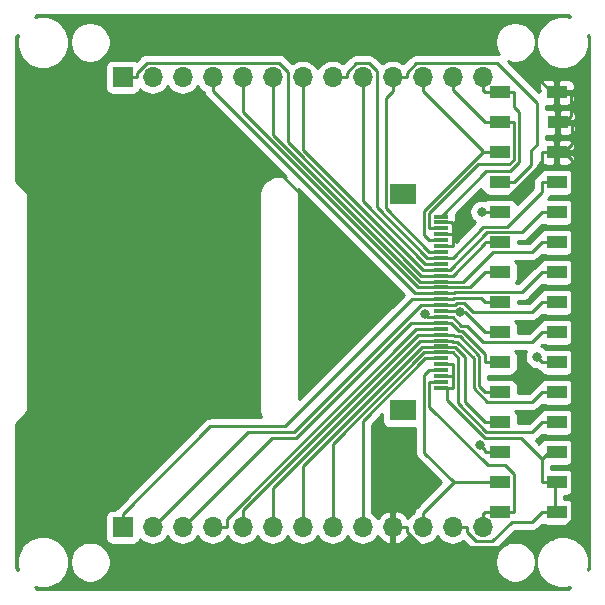
<source format=gbr>
G04 #@! TF.GenerationSoftware,KiCad,Pcbnew,5.1.2-f72e74a~84~ubuntu18.04.1*
G04 #@! TF.CreationDate,2019-07-12T15:11:00+09:00*
G04 #@! TF.ProjectId,bottom_pcb,626f7474-6f6d-45f7-9063-622e6b696361,rev?*
G04 #@! TF.SameCoordinates,Original*
G04 #@! TF.FileFunction,Copper,L2,Bot*
G04 #@! TF.FilePolarity,Positive*
%FSLAX46Y46*%
G04 Gerber Fmt 4.6, Leading zero omitted, Abs format (unit mm)*
G04 Created by KiCad (PCBNEW 5.1.2-f72e74a~84~ubuntu18.04.1) date 2019-07-12 15:11:00*
%MOMM*%
%LPD*%
G04 APERTURE LIST*
%ADD10R,1.800000X1.000000*%
%ADD11O,1.700000X1.700000*%
%ADD12R,1.700000X1.700000*%
%ADD13R,2.200000X1.800000*%
%ADD14R,1.300000X0.300000*%
%ADD15C,0.800000*%
%ADD16C,0.250000*%
%ADD17C,0.254000*%
G04 APERTURE END LIST*
D10*
X141654000Y-57220000D03*
X146494000Y-57220000D03*
X141654000Y-59760000D03*
X146594000Y-59760000D03*
X141654000Y-62300000D03*
X146494000Y-62300000D03*
X141654000Y-64840000D03*
X146494000Y-64840000D03*
X141654000Y-67380000D03*
X146494000Y-67380000D03*
X141654000Y-69920000D03*
X146494000Y-69920000D03*
X141654000Y-72460000D03*
X146494000Y-72460000D03*
X141654000Y-75000000D03*
X146494000Y-75000000D03*
X141654000Y-77540000D03*
X146494000Y-77540000D03*
X141654000Y-80080000D03*
X146494000Y-80080000D03*
X141654000Y-82620000D03*
X146494000Y-82620000D03*
X141654000Y-85160000D03*
X146494000Y-85160000D03*
X141654000Y-87700000D03*
X146494000Y-87700000D03*
X141654000Y-90240000D03*
X146494000Y-90240000D03*
X141654000Y-92780000D03*
X146494000Y-92780000D03*
D11*
X140230000Y-55950000D03*
X137690000Y-55950000D03*
X135150000Y-55950000D03*
X132610000Y-55950000D03*
X130070000Y-55950000D03*
X127530000Y-55950000D03*
X124990000Y-55950000D03*
X122450000Y-55950000D03*
X119910000Y-55950000D03*
X117370000Y-55950000D03*
X114830000Y-55950000D03*
X112290000Y-55950000D03*
D12*
X109750000Y-55950000D03*
D11*
X140230000Y-94050000D03*
X137690000Y-94050000D03*
X135150000Y-94050000D03*
X132610000Y-94050000D03*
X130070000Y-94050000D03*
X127530000Y-94050000D03*
X124990000Y-94050000D03*
X122450000Y-94050000D03*
X119910000Y-94050000D03*
X117370000Y-94050000D03*
X114830000Y-94050000D03*
X112290000Y-94050000D03*
D12*
X109750000Y-94050000D03*
D13*
X133449000Y-65850000D03*
X133449000Y-84150000D03*
D14*
X136699000Y-82250000D03*
X136699000Y-81750000D03*
X136699000Y-81250000D03*
X136699000Y-80750000D03*
X136699000Y-80250000D03*
X136699000Y-79750000D03*
X136699000Y-79250000D03*
X136699000Y-78750000D03*
X136699000Y-78250000D03*
X136699000Y-77750000D03*
X136699000Y-77250000D03*
X136699000Y-76750000D03*
X136699000Y-76250000D03*
X136699000Y-75750000D03*
X136699000Y-75250000D03*
X136699000Y-74750000D03*
X136699000Y-74250000D03*
X136699000Y-73750000D03*
X136699000Y-73250000D03*
X136699000Y-72750000D03*
X136699000Y-72250000D03*
X136699000Y-71750000D03*
X136699000Y-71250000D03*
X136699000Y-70750000D03*
X136699000Y-70250000D03*
X136699000Y-69750000D03*
X136699000Y-69250000D03*
X136699000Y-68750000D03*
X136699000Y-68250000D03*
X136699000Y-67750000D03*
D15*
X144688800Y-54743200D03*
X105398800Y-55123200D03*
X105448800Y-94733200D03*
X144367000Y-95075000D03*
X128138800Y-74633200D03*
X125498800Y-81643200D03*
X120488800Y-83973200D03*
X135338700Y-76000000D03*
X144829800Y-79641100D03*
X140012800Y-87112800D03*
X138337700Y-75809000D03*
X140131700Y-67358300D03*
D16*
X133785300Y-94050000D02*
X133785300Y-94417300D01*
X133785300Y-94417300D02*
X135114200Y-95746200D01*
X135114200Y-95746200D02*
X141684100Y-95746200D01*
X141684100Y-95746200D02*
X142355300Y-95075000D01*
X146131200Y-95075000D02*
X147773900Y-93432300D01*
X147773900Y-93432300D02*
X147773900Y-62967200D01*
X147773900Y-62967200D02*
X147106700Y-62300000D01*
X132610000Y-94050000D02*
X133785300Y-94050000D01*
X147106700Y-62300000D02*
X147819300Y-61587400D01*
X147819300Y-61587400D02*
X147819300Y-59760000D01*
X146494000Y-62300000D02*
X145268700Y-62300000D01*
X137674300Y-68340800D02*
X139873000Y-66142100D01*
X139873000Y-66142100D02*
X142251900Y-66142100D01*
X142251900Y-66142100D02*
X145268700Y-63125300D01*
X145268700Y-63125300D02*
X145268700Y-62300000D01*
X137583500Y-68250000D02*
X137674300Y-68340800D01*
X137674300Y-68340800D02*
X137674300Y-69250000D01*
X136699000Y-68250000D02*
X137583500Y-68250000D01*
X136699000Y-70250000D02*
X137674300Y-70250000D01*
X137674300Y-69250000D02*
X137674300Y-70250000D01*
X136699000Y-69250000D02*
X137674300Y-69250000D01*
X146494000Y-57220000D02*
X147719300Y-57220000D01*
X147206700Y-59760000D02*
X147719300Y-59247400D01*
X147719300Y-59247400D02*
X147719300Y-57220000D01*
X147206700Y-59760000D02*
X147819300Y-59760000D01*
X146594000Y-59760000D02*
X147206700Y-59760000D01*
X146494000Y-62300000D02*
X147106700Y-62300000D01*
X144688800Y-55814800D02*
X144688800Y-54743200D01*
X146494000Y-57220000D02*
X146094000Y-57220000D01*
X146094000Y-57220000D02*
X144688800Y-55814800D01*
X105398800Y-94683200D02*
X105448800Y-94733200D01*
X145240600Y-95075000D02*
X144367000Y-95075000D01*
X145240600Y-95075000D02*
X146131200Y-95075000D01*
X142355300Y-95075000D02*
X145240600Y-95075000D01*
X128058800Y-74553200D02*
X128138800Y-74633200D01*
X105398800Y-74553200D02*
X105398800Y-94683200D01*
X121995700Y-63033200D02*
X105398800Y-63033200D01*
X128138800Y-69176300D02*
X121995700Y-63033200D01*
X128138800Y-74633200D02*
X128138800Y-69176300D01*
X105398800Y-55123200D02*
X105398800Y-63033200D01*
X105398800Y-63033200D02*
X105398800Y-74553200D01*
X128138800Y-74633200D02*
X128138800Y-79003200D01*
X128138800Y-79003200D02*
X125498800Y-81643200D01*
X105448800Y-94733200D02*
X105448800Y-92003200D01*
X105448800Y-92003200D02*
X113478800Y-83973200D01*
X113478800Y-83973200D02*
X120488800Y-83973200D01*
X145268700Y-64840000D02*
X145268700Y-65665300D01*
X145268700Y-65665300D02*
X142289600Y-68644400D01*
X142289600Y-68644400D02*
X140279900Y-68644400D01*
X140279900Y-68644400D02*
X137674300Y-71250000D01*
X127530000Y-55950000D02*
X128705300Y-55950000D01*
X128705300Y-55950000D02*
X128705300Y-55582700D01*
X128705300Y-55582700D02*
X129536400Y-54751600D01*
X129536400Y-54751600D02*
X130573900Y-54751600D01*
X130573900Y-54751600D02*
X131266600Y-55444300D01*
X131266600Y-55444300D02*
X131266600Y-66974600D01*
X131266600Y-66974600D02*
X135542000Y-71250000D01*
X135542000Y-71250000D02*
X136699000Y-71250000D01*
X146494000Y-64840000D02*
X145268700Y-64840000D01*
X136699000Y-71250000D02*
X137674300Y-71250000D01*
X135723700Y-72250000D02*
X135166600Y-72250000D01*
X135166600Y-72250000D02*
X124990000Y-62073400D01*
X124990000Y-62073400D02*
X124990000Y-57125300D01*
X145268700Y-67380000D02*
X143554000Y-69094700D01*
X143554000Y-69094700D02*
X140617100Y-69094700D01*
X140617100Y-69094700D02*
X137461800Y-72250000D01*
X137461800Y-72250000D02*
X136699000Y-72250000D01*
X124990000Y-55950000D02*
X124990000Y-57125300D01*
X146494000Y-67380000D02*
X145268700Y-67380000D01*
X136211400Y-72250000D02*
X136699000Y-72250000D01*
X136211400Y-72250000D02*
X135723700Y-72250000D01*
X122450000Y-55950000D02*
X122450000Y-60807200D01*
X122450000Y-60807200D02*
X134892800Y-73250000D01*
X134892800Y-73250000D02*
X136699000Y-73250000D01*
X146494000Y-69920000D02*
X145268700Y-69920000D01*
X136699000Y-73250000D02*
X138584100Y-73250000D01*
X138584100Y-73250000D02*
X141088800Y-70745300D01*
X141088800Y-70745300D02*
X144443400Y-70745300D01*
X144443400Y-70745300D02*
X145268700Y-69920000D01*
X136699000Y-74250000D02*
X137573900Y-74250000D01*
X137573900Y-74250000D02*
X137640900Y-74183000D01*
X137640900Y-74183000D02*
X137837700Y-74183000D01*
X137837700Y-74183000D02*
X137860900Y-74159800D01*
X137860900Y-74159800D02*
X143568900Y-74159800D01*
X143568900Y-74159800D02*
X145268700Y-72460000D01*
X117370000Y-55950000D02*
X117370000Y-57125300D01*
X117370000Y-57125300D02*
X134494700Y-74250000D01*
X134494700Y-74250000D02*
X136699000Y-74250000D01*
X146494000Y-72460000D02*
X145268700Y-72460000D01*
X145268700Y-75000000D02*
X144443400Y-75825300D01*
X144443400Y-75825300D02*
X139403100Y-75825300D01*
X139403100Y-75825300D02*
X138661400Y-75083600D01*
X138661400Y-75083600D02*
X138014100Y-75083600D01*
X138014100Y-75083600D02*
X137847700Y-75250000D01*
X137847700Y-75250000D02*
X136699000Y-75250000D01*
X146494000Y-75000000D02*
X145268700Y-75000000D01*
X135015698Y-75250000D02*
X124252498Y-86013200D01*
X136699000Y-75250000D02*
X135015698Y-75250000D01*
X120326800Y-86013200D02*
X112290000Y-94050000D01*
X124252498Y-86013200D02*
X120326800Y-86013200D01*
X145268700Y-77540000D02*
X144443400Y-78365300D01*
X144443400Y-78365300D02*
X140258900Y-78365300D01*
X140258900Y-78365300D02*
X138892100Y-76998500D01*
X138892100Y-76998500D02*
X138422800Y-76998500D01*
X138422800Y-76998500D02*
X137674300Y-76250000D01*
X136699000Y-76250000D02*
X137674300Y-76250000D01*
X136699000Y-76250000D02*
X135588700Y-76250000D01*
X135588700Y-76250000D02*
X135338700Y-76000000D01*
X146494000Y-77540000D02*
X145268700Y-77540000D01*
X144829800Y-79641100D02*
X145268700Y-80080000D01*
X146494000Y-80080000D02*
X145268700Y-80080000D01*
X117370000Y-94050000D02*
X118545300Y-94050000D01*
X118545300Y-94050000D02*
X118545300Y-93318900D01*
X118545300Y-93318900D02*
X134614200Y-77250000D01*
X134614200Y-77250000D02*
X136699000Y-77250000D01*
X136699000Y-78250000D02*
X134934200Y-78250000D01*
X134934200Y-78250000D02*
X122450000Y-90734200D01*
X122450000Y-90734200D02*
X122450000Y-92874700D01*
X145268700Y-82620000D02*
X144443400Y-83445300D01*
X144443400Y-83445300D02*
X140616800Y-83445300D01*
X140616800Y-83445300D02*
X139475500Y-82304000D01*
X139475500Y-82304000D02*
X139475500Y-79731400D01*
X139475500Y-79731400D02*
X138093500Y-78349400D01*
X138093500Y-78349400D02*
X137695400Y-78349400D01*
X137695400Y-78349400D02*
X137596000Y-78250000D01*
X137596000Y-78250000D02*
X136699000Y-78250000D01*
X146494000Y-82620000D02*
X145268700Y-82620000D01*
X122450000Y-94050000D02*
X122450000Y-92874700D01*
X127530000Y-94050000D02*
X127530000Y-92874700D01*
X135723700Y-79250000D02*
X135246000Y-79250000D01*
X135246000Y-79250000D02*
X127530000Y-86966000D01*
X127530000Y-86966000D02*
X127530000Y-92874700D01*
X146494000Y-85160000D02*
X145268700Y-85160000D01*
X136699000Y-79250000D02*
X137674300Y-79250000D01*
X145268700Y-85160000D02*
X144443300Y-85985400D01*
X144443300Y-85985400D02*
X140548200Y-85985400D01*
X140548200Y-85985400D02*
X138124600Y-83561800D01*
X138124600Y-83561800D02*
X138124600Y-79700300D01*
X138124600Y-79700300D02*
X137674300Y-79250000D01*
X136699000Y-79250000D02*
X135723700Y-79250000D01*
X137186900Y-82250000D02*
X137186900Y-83261000D01*
X137186900Y-83261000D02*
X140439200Y-86513300D01*
X140439200Y-86513300D02*
X143469300Y-86513300D01*
X143469300Y-86513300D02*
X145268700Y-88312700D01*
X145268700Y-88312700D02*
X145268700Y-90240000D01*
X145881400Y-87700000D02*
X145268700Y-88312700D01*
X137186900Y-82250000D02*
X137674300Y-82250000D01*
X136699000Y-82250000D02*
X137186700Y-82250000D01*
X137186700Y-82250000D02*
X137186900Y-82250000D01*
X137674300Y-81250000D02*
X137674300Y-82250000D01*
X137561700Y-81250000D02*
X137674300Y-81250000D01*
X136699000Y-81250000D02*
X137561700Y-81250000D01*
X136699000Y-80250000D02*
X137674300Y-80250000D01*
X137674300Y-80250000D02*
X137674300Y-81250000D01*
X146374300Y-90240000D02*
X145268700Y-90240000D01*
X146494000Y-90240000D02*
X146374300Y-90240000D01*
X146308000Y-92780000D02*
X146374300Y-92713700D01*
X146374300Y-92713700D02*
X146374300Y-90240000D01*
X146308000Y-92780000D02*
X145268700Y-92780000D01*
X146494000Y-92780000D02*
X146308000Y-92780000D01*
X137690000Y-94050000D02*
X138865300Y-94050000D01*
X138865300Y-94050000D02*
X138865300Y-94417300D01*
X138865300Y-94417300D02*
X139688900Y-95240900D01*
X139688900Y-95240900D02*
X141054000Y-95240900D01*
X141054000Y-95240900D02*
X142689600Y-93605300D01*
X142689600Y-93605300D02*
X144443400Y-93605300D01*
X144443400Y-93605300D02*
X145268700Y-92780000D01*
X146494000Y-87700000D02*
X145881400Y-87700000D01*
X135723700Y-81750000D02*
X135723700Y-83849400D01*
X135723700Y-83849400D02*
X140664500Y-88790200D01*
X140664500Y-88790200D02*
X142097000Y-88790200D01*
X142097000Y-88790200D02*
X142879300Y-89572500D01*
X142879300Y-89572500D02*
X142879300Y-92780000D01*
X141654000Y-92780000D02*
X142879300Y-92780000D01*
X136699000Y-81750000D02*
X135723700Y-81750000D01*
X140230000Y-94050000D02*
X140230000Y-92874700D01*
X141654000Y-92780000D02*
X140428700Y-92780000D01*
X140428700Y-92780000D02*
X140334000Y-92874700D01*
X140334000Y-92874700D02*
X140230000Y-92874700D01*
X135723700Y-80750000D02*
X135273400Y-81200300D01*
X135273400Y-81200300D02*
X135273400Y-87728700D01*
X135273400Y-87728700D02*
X137784700Y-90240000D01*
X136699000Y-80750000D02*
X135723700Y-80750000D01*
X137784700Y-90240000D02*
X135150000Y-92874700D01*
X140428700Y-90240000D02*
X137784700Y-90240000D01*
X135150000Y-94050000D02*
X135150000Y-92874700D01*
X141654000Y-90240000D02*
X140428700Y-90240000D01*
X130070000Y-94050000D02*
X130070000Y-92874700D01*
X136699000Y-79750000D02*
X135382900Y-79750000D01*
X135382900Y-79750000D02*
X130070000Y-85062900D01*
X130070000Y-85062900D02*
X130070000Y-92874700D01*
X140428700Y-87700000D02*
X140428700Y-87528700D01*
X140428700Y-87528700D02*
X140012800Y-87112800D01*
X141654000Y-87700000D02*
X140428700Y-87700000D01*
X136699000Y-78774700D02*
X135066200Y-78774700D01*
X135066200Y-78774700D02*
X124990000Y-88850900D01*
X124990000Y-88850900D02*
X124990000Y-92874700D01*
X140428700Y-85160000D02*
X138761600Y-83492900D01*
X138761600Y-83492900D02*
X138761600Y-79654400D01*
X138761600Y-79654400D02*
X137906900Y-78799700D01*
X137906900Y-78799700D02*
X137508800Y-78799700D01*
X137508800Y-78799700D02*
X137483800Y-78774700D01*
X137483800Y-78774700D02*
X136699000Y-78774700D01*
X141654000Y-85160000D02*
X140428700Y-85160000D01*
X136699000Y-78750000D02*
X136699000Y-78774700D01*
X124990000Y-94050000D02*
X124990000Y-92874700D01*
X135723700Y-77750000D02*
X134765700Y-77750000D01*
X134765700Y-77750000D02*
X119910000Y-92605700D01*
X119910000Y-92605700D02*
X119910000Y-92874700D01*
X140428700Y-82620000D02*
X139925800Y-82117100D01*
X139925800Y-82117100D02*
X139925800Y-79544800D01*
X139925800Y-79544800D02*
X138280100Y-77899100D01*
X138280100Y-77899100D02*
X137882000Y-77899100D01*
X137882000Y-77899100D02*
X137732900Y-77750000D01*
X137732900Y-77750000D02*
X137674300Y-77750000D01*
X141654000Y-82620000D02*
X140428700Y-82620000D01*
X136699000Y-77750000D02*
X137674300Y-77750000D01*
X136211400Y-77750000D02*
X136699000Y-77750000D01*
X136211400Y-77750000D02*
X135723700Y-77750000D01*
X119910000Y-94050000D02*
X119910000Y-92874700D01*
X140428700Y-80080000D02*
X140428700Y-79406700D01*
X140428700Y-79406700D02*
X138470800Y-77448800D01*
X138470800Y-77448800D02*
X138236100Y-77448800D01*
X138236100Y-77448800D02*
X137537300Y-76750000D01*
X137537300Y-76750000D02*
X136699000Y-76750000D01*
X141654000Y-80080000D02*
X140428700Y-80080000D01*
X134127109Y-76774999D02*
X124438898Y-86463210D01*
X136697001Y-76774999D02*
X134127109Y-76774999D01*
X136699000Y-76750000D02*
X136699000Y-76773000D01*
X136699000Y-76773000D02*
X136697001Y-76774999D01*
X122416790Y-86463210D02*
X114830000Y-94050000D01*
X124438898Y-86463210D02*
X122416790Y-86463210D01*
X141654000Y-77540000D02*
X140428700Y-77540000D01*
X140428700Y-77540000D02*
X138697700Y-75809000D01*
X138697700Y-75809000D02*
X138337700Y-75809000D01*
X137674300Y-75750000D02*
X138278700Y-75750000D01*
X138278700Y-75750000D02*
X138337700Y-75809000D01*
X136699000Y-75750000D02*
X137674300Y-75750000D01*
X136699000Y-74750000D02*
X137710800Y-74750000D01*
X137710800Y-74750000D02*
X137827500Y-74633300D01*
X137827500Y-74633300D02*
X140062000Y-74633300D01*
X140062000Y-74633300D02*
X140428700Y-75000000D01*
X141654000Y-75000000D02*
X140428700Y-75000000D01*
X134257521Y-74750000D02*
X123484321Y-85523200D01*
X136699000Y-74750000D02*
X134257521Y-74750000D01*
X109750000Y-92950000D02*
X109750000Y-94050000D01*
X117176800Y-85523200D02*
X109750000Y-92950000D01*
X123484321Y-85523200D02*
X117176800Y-85523200D01*
X119910000Y-55950000D02*
X119910000Y-58904100D01*
X119910000Y-58904100D02*
X134755900Y-73750000D01*
X134755900Y-73750000D02*
X135723700Y-73750000D01*
X141654000Y-72460000D02*
X140428700Y-72460000D01*
X136455200Y-73750000D02*
X136472500Y-73732700D01*
X136472500Y-73732700D02*
X137651100Y-73732700D01*
X137651100Y-73732700D02*
X137674400Y-73709400D01*
X137674400Y-73709400D02*
X139179300Y-73709400D01*
X139179300Y-73709400D02*
X140428700Y-72460000D01*
X136455200Y-73750000D02*
X135723700Y-73750000D01*
X136699000Y-73750000D02*
X136455200Y-73750000D01*
X140428700Y-67380000D02*
X140407000Y-67358300D01*
X140407000Y-67358300D02*
X140131700Y-67358300D01*
X130070000Y-55950000D02*
X130070000Y-57125300D01*
X130070000Y-57125300D02*
X130070000Y-66437100D01*
X130070000Y-66437100D02*
X135382900Y-71750000D01*
X135382900Y-71750000D02*
X136699000Y-71750000D01*
X141654000Y-67380000D02*
X140428700Y-67380000D01*
X142879300Y-64840000D02*
X144296500Y-63422800D01*
X144296500Y-63422800D02*
X144296500Y-62197500D01*
X144296500Y-62197500D02*
X144851800Y-61642200D01*
X144851800Y-61642200D02*
X144851800Y-58169400D01*
X144851800Y-58169400D02*
X141456000Y-54773600D01*
X141456000Y-54773600D02*
X134594400Y-54773600D01*
X134594400Y-54773600D02*
X133785300Y-55582700D01*
X133785300Y-55582700D02*
X133785300Y-55950000D01*
X132610000Y-55950000D02*
X132610000Y-57125300D01*
X136699000Y-70750000D02*
X135723700Y-70750000D01*
X135723700Y-70750000D02*
X132023600Y-67049900D01*
X132023600Y-67049900D02*
X132023600Y-57711700D01*
X132023600Y-57711700D02*
X132610000Y-57125300D01*
X132610000Y-55950000D02*
X133785300Y-55950000D01*
X141654000Y-64840000D02*
X142879300Y-64840000D01*
X135150000Y-55950000D02*
X135150000Y-57125300D01*
X140246100Y-62300000D02*
X141654000Y-62300000D01*
X135723700Y-69750000D02*
X135270100Y-69296400D01*
X135270100Y-69296400D02*
X135270100Y-67276000D01*
X135270100Y-67276000D02*
X140246100Y-62300000D01*
X135150000Y-57125300D02*
X140246100Y-62221400D01*
X140246100Y-62221400D02*
X140246100Y-62300000D01*
X136699000Y-69750000D02*
X135723700Y-69750000D01*
X141654000Y-59760000D02*
X140428700Y-59760000D01*
X141654000Y-59760000D02*
X142879300Y-59760000D01*
X136699000Y-68750000D02*
X135723700Y-68750000D01*
X135723700Y-68750000D02*
X135723700Y-67465200D01*
X135723700Y-67465200D02*
X139847300Y-63341600D01*
X139847300Y-63341600D02*
X142474600Y-63341600D01*
X142474600Y-63341600D02*
X142879300Y-62936900D01*
X142879300Y-62936900D02*
X142879300Y-59760000D01*
X137690000Y-57012700D02*
X140428700Y-59751400D01*
X140428700Y-59751400D02*
X140428700Y-59760000D01*
X137690000Y-55950000D02*
X137690000Y-57012700D01*
X141654000Y-57220000D02*
X142879300Y-57220000D01*
X136699000Y-67750000D02*
X140525100Y-63923900D01*
X140525100Y-63923900D02*
X142570100Y-63923900D01*
X142570100Y-63923900D02*
X143330100Y-63163900D01*
X143330100Y-63163900D02*
X143330100Y-58896100D01*
X143330100Y-58896100D02*
X142879300Y-58445300D01*
X142879300Y-58445300D02*
X142879300Y-57220000D01*
X140230000Y-55950000D02*
X140230000Y-57125300D01*
X140230000Y-57125300D02*
X140334000Y-57125300D01*
X140334000Y-57125300D02*
X140428700Y-57220000D01*
X141654000Y-57220000D02*
X140428700Y-57220000D01*
X109750000Y-55950000D02*
X110925300Y-55950000D01*
X110925300Y-55950000D02*
X110925300Y-55582700D01*
X110925300Y-55582700D02*
X111779600Y-54728400D01*
X111779600Y-54728400D02*
X122967100Y-54728400D01*
X122967100Y-54728400D02*
X123720000Y-55481300D01*
X123720000Y-55481300D02*
X123720000Y-61440300D01*
X123720000Y-61440300D02*
X135029700Y-72750000D01*
X135029700Y-72750000D02*
X136699000Y-72750000D01*
X141654000Y-69920000D02*
X140428700Y-69920000D01*
X136699000Y-72750000D02*
X137674300Y-72750000D01*
X137674300Y-72750000D02*
X140428700Y-69995600D01*
X140428700Y-69995600D02*
X140428700Y-69920000D01*
D17*
G36*
X147645526Y-50849617D02*
G01*
X147220128Y-50765000D01*
X146779872Y-50765000D01*
X146348075Y-50850890D01*
X145941331Y-51019369D01*
X145575271Y-51263962D01*
X145263962Y-51575271D01*
X145019369Y-51941331D01*
X144850890Y-52348075D01*
X144765000Y-52779872D01*
X144765000Y-53220128D01*
X144850890Y-53651925D01*
X145019369Y-54058669D01*
X145263962Y-54424729D01*
X145575271Y-54736038D01*
X145941331Y-54980631D01*
X146348075Y-55149110D01*
X146779872Y-55235000D01*
X147220128Y-55235000D01*
X147651925Y-55149110D01*
X148058669Y-54980631D01*
X148424729Y-54736038D01*
X148736038Y-54424729D01*
X148980631Y-54058669D01*
X149149110Y-53651925D01*
X149235000Y-53220128D01*
X149235000Y-52779872D01*
X149150383Y-52354474D01*
X149265000Y-52469091D01*
X149265001Y-97530908D01*
X149150383Y-97645526D01*
X149235000Y-97220128D01*
X149235000Y-96779872D01*
X149149110Y-96348075D01*
X148980631Y-95941331D01*
X148736038Y-95575271D01*
X148424729Y-95263962D01*
X148058669Y-95019369D01*
X147651925Y-94850890D01*
X147220128Y-94765000D01*
X146779872Y-94765000D01*
X146348075Y-94850890D01*
X145941331Y-95019369D01*
X145575271Y-95263962D01*
X145263962Y-95575271D01*
X145019369Y-95941331D01*
X144850890Y-96348075D01*
X144765000Y-96779872D01*
X144765000Y-97220128D01*
X144850890Y-97651925D01*
X145019369Y-98058669D01*
X145263962Y-98424729D01*
X145575271Y-98736038D01*
X145941331Y-98980631D01*
X146348075Y-99149110D01*
X146779872Y-99235000D01*
X147220128Y-99235000D01*
X147645526Y-99150383D01*
X147505909Y-99290000D01*
X102494091Y-99290000D01*
X102354474Y-99150383D01*
X102779872Y-99235000D01*
X103220128Y-99235000D01*
X103651925Y-99149110D01*
X104058669Y-98980631D01*
X104424729Y-98736038D01*
X104736038Y-98424729D01*
X104980631Y-98058669D01*
X105149110Y-97651925D01*
X105235000Y-97220128D01*
X105235000Y-96829117D01*
X105265000Y-96829117D01*
X105265000Y-97170883D01*
X105331675Y-97506081D01*
X105462463Y-97821831D01*
X105652337Y-98105998D01*
X105894002Y-98347663D01*
X106178169Y-98537537D01*
X106493919Y-98668325D01*
X106829117Y-98735000D01*
X107170883Y-98735000D01*
X107506081Y-98668325D01*
X107821831Y-98537537D01*
X108105998Y-98347663D01*
X108347663Y-98105998D01*
X108537537Y-97821831D01*
X108668325Y-97506081D01*
X108735000Y-97170883D01*
X108735000Y-96829117D01*
X141265000Y-96829117D01*
X141265000Y-97170883D01*
X141331675Y-97506081D01*
X141462463Y-97821831D01*
X141652337Y-98105998D01*
X141894002Y-98347663D01*
X142178169Y-98537537D01*
X142493919Y-98668325D01*
X142829117Y-98735000D01*
X143170883Y-98735000D01*
X143506081Y-98668325D01*
X143821831Y-98537537D01*
X144105998Y-98347663D01*
X144347663Y-98105998D01*
X144537537Y-97821831D01*
X144668325Y-97506081D01*
X144735000Y-97170883D01*
X144735000Y-96829117D01*
X144668325Y-96493919D01*
X144537537Y-96178169D01*
X144347663Y-95894002D01*
X144105998Y-95652337D01*
X143821831Y-95462463D01*
X143506081Y-95331675D01*
X143170883Y-95265000D01*
X142829117Y-95265000D01*
X142493919Y-95331675D01*
X142178169Y-95462463D01*
X141894002Y-95652337D01*
X141652337Y-95894002D01*
X141462463Y-96178169D01*
X141331675Y-96493919D01*
X141265000Y-96829117D01*
X108735000Y-96829117D01*
X108668325Y-96493919D01*
X108537537Y-96178169D01*
X108347663Y-95894002D01*
X108105998Y-95652337D01*
X107821831Y-95462463D01*
X107506081Y-95331675D01*
X107170883Y-95265000D01*
X106829117Y-95265000D01*
X106493919Y-95331675D01*
X106178169Y-95462463D01*
X105894002Y-95652337D01*
X105652337Y-95894002D01*
X105462463Y-96178169D01*
X105331675Y-96493919D01*
X105265000Y-96829117D01*
X105235000Y-96829117D01*
X105235000Y-96779872D01*
X105149110Y-96348075D01*
X104980631Y-95941331D01*
X104736038Y-95575271D01*
X104424729Y-95263962D01*
X104058669Y-95019369D01*
X103651925Y-94850890D01*
X103220128Y-94765000D01*
X102779872Y-94765000D01*
X102348075Y-94850890D01*
X101941331Y-95019369D01*
X101575271Y-95263962D01*
X101263962Y-95575271D01*
X101019369Y-95941331D01*
X100850890Y-96348075D01*
X100765000Y-96779872D01*
X100765000Y-97220128D01*
X100849617Y-97645526D01*
X100710000Y-97505909D01*
X100710000Y-85294091D01*
X101477379Y-84526712D01*
X101504475Y-84504475D01*
X101593200Y-84396363D01*
X101659128Y-84273020D01*
X101662011Y-84263517D01*
X101699727Y-84139185D01*
X101713435Y-84000000D01*
X101710000Y-83965123D01*
X101710000Y-66034877D01*
X101713435Y-66000000D01*
X101699727Y-65860815D01*
X101659128Y-65726980D01*
X101643299Y-65697366D01*
X101593200Y-65603637D01*
X101504474Y-65495525D01*
X101477383Y-65473292D01*
X100710000Y-64705909D01*
X100710000Y-52494091D01*
X100849617Y-52354474D01*
X100765000Y-52779872D01*
X100765000Y-53220128D01*
X100850890Y-53651925D01*
X101019369Y-54058669D01*
X101263962Y-54424729D01*
X101575271Y-54736038D01*
X101941331Y-54980631D01*
X102348075Y-55149110D01*
X102779872Y-55235000D01*
X103220128Y-55235000D01*
X103651925Y-55149110D01*
X103770486Y-55100000D01*
X108261928Y-55100000D01*
X108261928Y-56800000D01*
X108274188Y-56924482D01*
X108310498Y-57044180D01*
X108369463Y-57154494D01*
X108448815Y-57251185D01*
X108545506Y-57330537D01*
X108655820Y-57389502D01*
X108775518Y-57425812D01*
X108900000Y-57438072D01*
X110600000Y-57438072D01*
X110724482Y-57425812D01*
X110844180Y-57389502D01*
X110954494Y-57330537D01*
X111051185Y-57251185D01*
X111130537Y-57154494D01*
X111189502Y-57044180D01*
X111210393Y-56975313D01*
X111234866Y-57005134D01*
X111460986Y-57190706D01*
X111718966Y-57328599D01*
X111998889Y-57413513D01*
X112217050Y-57435000D01*
X112362950Y-57435000D01*
X112581111Y-57413513D01*
X112861034Y-57328599D01*
X113119014Y-57190706D01*
X113345134Y-57005134D01*
X113530706Y-56779014D01*
X113560000Y-56724209D01*
X113589294Y-56779014D01*
X113774866Y-57005134D01*
X114000986Y-57190706D01*
X114258966Y-57328599D01*
X114538889Y-57413513D01*
X114757050Y-57435000D01*
X114902950Y-57435000D01*
X115121111Y-57413513D01*
X115401034Y-57328599D01*
X115659014Y-57190706D01*
X115885134Y-57005134D01*
X116070706Y-56779014D01*
X116100000Y-56724209D01*
X116129294Y-56779014D01*
X116314866Y-57005134D01*
X116540986Y-57190706D01*
X116616755Y-57231205D01*
X116620998Y-57274286D01*
X116630299Y-57304947D01*
X116664454Y-57417546D01*
X116735026Y-57549576D01*
X116800536Y-57629399D01*
X116830000Y-57665301D01*
X116858998Y-57689099D01*
X123555984Y-64386086D01*
X123387841Y-64336599D01*
X123324639Y-64324543D01*
X123261598Y-64311602D01*
X123251732Y-64310635D01*
X123057371Y-64292946D01*
X122993019Y-64293395D01*
X122928667Y-64292946D01*
X122918812Y-64293913D01*
X122918807Y-64293913D01*
X122918803Y-64293914D01*
X122918801Y-64293914D01*
X122724705Y-64314315D01*
X122661690Y-64327250D01*
X122598460Y-64339312D01*
X122588970Y-64342177D01*
X122402532Y-64399889D01*
X122343203Y-64424829D01*
X122283545Y-64448932D01*
X122274792Y-64453586D01*
X122103115Y-64546411D01*
X122049787Y-64582381D01*
X121995917Y-64617633D01*
X121988235Y-64623899D01*
X121837857Y-64748302D01*
X121792520Y-64793957D01*
X121746537Y-64838987D01*
X121740218Y-64846625D01*
X121616868Y-64997867D01*
X121581266Y-65051454D01*
X121544901Y-65104563D01*
X121540186Y-65113284D01*
X121448561Y-65285606D01*
X121424049Y-65345076D01*
X121398688Y-65404248D01*
X121395757Y-65413718D01*
X121339348Y-65600554D01*
X121326848Y-65663684D01*
X121313470Y-65726623D01*
X121312434Y-65736482D01*
X121293508Y-65929502D01*
X121290000Y-65965124D01*
X121290001Y-84034877D01*
X121293485Y-84070252D01*
X121293485Y-84083246D01*
X121294522Y-84093105D01*
X121316277Y-84287055D01*
X121329653Y-84349984D01*
X121342156Y-84413127D01*
X121345087Y-84422597D01*
X121404101Y-84608627D01*
X121429416Y-84667690D01*
X121453972Y-84727268D01*
X121458688Y-84735988D01*
X121473648Y-84763200D01*
X117214122Y-84763200D01*
X117176799Y-84759524D01*
X117139476Y-84763200D01*
X117139467Y-84763200D01*
X117027814Y-84774197D01*
X116884553Y-84817654D01*
X116752524Y-84888226D01*
X116636799Y-84983199D01*
X116613001Y-85012197D01*
X109239003Y-92386196D01*
X109209999Y-92409999D01*
X109171661Y-92456715D01*
X109115026Y-92525724D01*
X109095674Y-92561928D01*
X108900000Y-92561928D01*
X108775518Y-92574188D01*
X108655820Y-92610498D01*
X108545506Y-92669463D01*
X108448815Y-92748815D01*
X108369463Y-92845506D01*
X108310498Y-92955820D01*
X108274188Y-93075518D01*
X108261928Y-93200000D01*
X108261928Y-94900000D01*
X108274188Y-95024482D01*
X108310498Y-95144180D01*
X108369463Y-95254494D01*
X108448815Y-95351185D01*
X108545506Y-95430537D01*
X108655820Y-95489502D01*
X108775518Y-95525812D01*
X108900000Y-95538072D01*
X110600000Y-95538072D01*
X110724482Y-95525812D01*
X110844180Y-95489502D01*
X110954494Y-95430537D01*
X111051185Y-95351185D01*
X111130537Y-95254494D01*
X111189502Y-95144180D01*
X111210393Y-95075313D01*
X111234866Y-95105134D01*
X111460986Y-95290706D01*
X111718966Y-95428599D01*
X111998889Y-95513513D01*
X112217050Y-95535000D01*
X112362950Y-95535000D01*
X112581111Y-95513513D01*
X112861034Y-95428599D01*
X113119014Y-95290706D01*
X113345134Y-95105134D01*
X113530706Y-94879014D01*
X113560000Y-94824209D01*
X113589294Y-94879014D01*
X113774866Y-95105134D01*
X114000986Y-95290706D01*
X114258966Y-95428599D01*
X114538889Y-95513513D01*
X114757050Y-95535000D01*
X114902950Y-95535000D01*
X115121111Y-95513513D01*
X115401034Y-95428599D01*
X115659014Y-95290706D01*
X115885134Y-95105134D01*
X116070706Y-94879014D01*
X116100000Y-94824209D01*
X116129294Y-94879014D01*
X116314866Y-95105134D01*
X116540986Y-95290706D01*
X116798966Y-95428599D01*
X117078889Y-95513513D01*
X117297050Y-95535000D01*
X117442950Y-95535000D01*
X117661111Y-95513513D01*
X117941034Y-95428599D01*
X118199014Y-95290706D01*
X118425134Y-95105134D01*
X118610706Y-94879014D01*
X118640000Y-94824209D01*
X118669294Y-94879014D01*
X118854866Y-95105134D01*
X119080986Y-95290706D01*
X119338966Y-95428599D01*
X119618889Y-95513513D01*
X119837050Y-95535000D01*
X119982950Y-95535000D01*
X120201111Y-95513513D01*
X120481034Y-95428599D01*
X120739014Y-95290706D01*
X120965134Y-95105134D01*
X121150706Y-94879014D01*
X121180000Y-94824209D01*
X121209294Y-94879014D01*
X121394866Y-95105134D01*
X121620986Y-95290706D01*
X121878966Y-95428599D01*
X122158889Y-95513513D01*
X122377050Y-95535000D01*
X122522950Y-95535000D01*
X122741111Y-95513513D01*
X123021034Y-95428599D01*
X123279014Y-95290706D01*
X123505134Y-95105134D01*
X123690706Y-94879014D01*
X123720000Y-94824209D01*
X123749294Y-94879014D01*
X123934866Y-95105134D01*
X124160986Y-95290706D01*
X124418966Y-95428599D01*
X124698889Y-95513513D01*
X124917050Y-95535000D01*
X125062950Y-95535000D01*
X125281111Y-95513513D01*
X125561034Y-95428599D01*
X125819014Y-95290706D01*
X126045134Y-95105134D01*
X126230706Y-94879014D01*
X126260000Y-94824209D01*
X126289294Y-94879014D01*
X126474866Y-95105134D01*
X126700986Y-95290706D01*
X126958966Y-95428599D01*
X127238889Y-95513513D01*
X127457050Y-95535000D01*
X127602950Y-95535000D01*
X127821111Y-95513513D01*
X128101034Y-95428599D01*
X128359014Y-95290706D01*
X128585134Y-95105134D01*
X128770706Y-94879014D01*
X128800000Y-94824209D01*
X128829294Y-94879014D01*
X129014866Y-95105134D01*
X129240986Y-95290706D01*
X129498966Y-95428599D01*
X129778889Y-95513513D01*
X129997050Y-95535000D01*
X130142950Y-95535000D01*
X130361111Y-95513513D01*
X130641034Y-95428599D01*
X130899014Y-95290706D01*
X131125134Y-95105134D01*
X131310706Y-94879014D01*
X131345201Y-94814477D01*
X131414822Y-94931355D01*
X131609731Y-95147588D01*
X131843080Y-95321641D01*
X132105901Y-95446825D01*
X132253110Y-95491476D01*
X132483000Y-95370155D01*
X132483000Y-94177000D01*
X132463000Y-94177000D01*
X132463000Y-93923000D01*
X132483000Y-93923000D01*
X132483000Y-92729845D01*
X132253110Y-92608524D01*
X132105901Y-92653175D01*
X131843080Y-92778359D01*
X131609731Y-92952412D01*
X131414822Y-93168645D01*
X131345201Y-93285523D01*
X131310706Y-93220986D01*
X131125134Y-92994866D01*
X130899014Y-92809294D01*
X130830000Y-92772405D01*
X130830000Y-85377701D01*
X131710928Y-84496773D01*
X131710928Y-85050000D01*
X131723188Y-85174482D01*
X131759498Y-85294180D01*
X131818463Y-85404494D01*
X131897815Y-85501185D01*
X131994506Y-85580537D01*
X132104820Y-85639502D01*
X132224518Y-85675812D01*
X132349000Y-85688072D01*
X134513401Y-85688072D01*
X134513401Y-87691368D01*
X134509724Y-87728700D01*
X134513401Y-87766033D01*
X134524398Y-87877686D01*
X134527656Y-87888425D01*
X134567854Y-88020946D01*
X134638426Y-88152976D01*
X134698685Y-88226401D01*
X134733400Y-88268701D01*
X134762398Y-88292499D01*
X136709898Y-90240000D01*
X134638998Y-92310901D01*
X134610000Y-92334699D01*
X134586202Y-92363697D01*
X134586201Y-92363698D01*
X134515026Y-92450424D01*
X134444454Y-92582454D01*
X134435081Y-92613354D01*
X134400998Y-92725714D01*
X134396755Y-92768795D01*
X134320986Y-92809294D01*
X134094866Y-92994866D01*
X133909294Y-93220986D01*
X133874799Y-93285523D01*
X133805178Y-93168645D01*
X133610269Y-92952412D01*
X133376920Y-92778359D01*
X133114099Y-92653175D01*
X132966890Y-92608524D01*
X132737000Y-92729845D01*
X132737000Y-93923000D01*
X132757000Y-93923000D01*
X132757000Y-94177000D01*
X132737000Y-94177000D01*
X132737000Y-95370155D01*
X132966890Y-95491476D01*
X133114099Y-95446825D01*
X133376920Y-95321641D01*
X133610269Y-95147588D01*
X133805178Y-94931355D01*
X133874799Y-94814477D01*
X133909294Y-94879014D01*
X134094866Y-95105134D01*
X134320986Y-95290706D01*
X134578966Y-95428599D01*
X134858889Y-95513513D01*
X135077050Y-95535000D01*
X135222950Y-95535000D01*
X135441111Y-95513513D01*
X135721034Y-95428599D01*
X135979014Y-95290706D01*
X136205134Y-95105134D01*
X136390706Y-94879014D01*
X136420000Y-94824209D01*
X136449294Y-94879014D01*
X136634866Y-95105134D01*
X136860986Y-95290706D01*
X137118966Y-95428599D01*
X137398889Y-95513513D01*
X137617050Y-95535000D01*
X137762950Y-95535000D01*
X137981111Y-95513513D01*
X138261034Y-95428599D01*
X138519014Y-95290706D01*
X138598595Y-95225396D01*
X139125101Y-95751902D01*
X139148899Y-95780901D01*
X139264624Y-95875874D01*
X139396653Y-95946446D01*
X139539914Y-95989903D01*
X139651567Y-96000900D01*
X139651576Y-96000900D01*
X139688899Y-96004576D01*
X139726222Y-96000900D01*
X141016678Y-96000900D01*
X141054000Y-96004576D01*
X141091322Y-96000900D01*
X141091333Y-96000900D01*
X141202986Y-95989903D01*
X141346247Y-95946446D01*
X141478276Y-95875874D01*
X141594001Y-95780901D01*
X141617804Y-95751897D01*
X143004402Y-94365300D01*
X144406078Y-94365300D01*
X144443400Y-94368976D01*
X144480722Y-94365300D01*
X144480733Y-94365300D01*
X144592386Y-94354303D01*
X144735647Y-94310846D01*
X144867676Y-94240274D01*
X144983401Y-94145301D01*
X145007203Y-94116298D01*
X145287377Y-93836125D01*
X145349820Y-93869502D01*
X145469518Y-93905812D01*
X145594000Y-93918072D01*
X147394000Y-93918072D01*
X147518482Y-93905812D01*
X147638180Y-93869502D01*
X147748494Y-93810537D01*
X147845185Y-93731185D01*
X147924537Y-93634494D01*
X147983502Y-93524180D01*
X148019812Y-93404482D01*
X148032072Y-93280000D01*
X148032072Y-92280000D01*
X148019812Y-92155518D01*
X147983502Y-92035820D01*
X147924537Y-91925506D01*
X147845185Y-91828815D01*
X147748494Y-91749463D01*
X147638180Y-91690498D01*
X147518482Y-91654188D01*
X147394000Y-91641928D01*
X147134300Y-91641928D01*
X147134300Y-91378072D01*
X147394000Y-91378072D01*
X147518482Y-91365812D01*
X147638180Y-91329502D01*
X147748494Y-91270537D01*
X147845185Y-91191185D01*
X147924537Y-91094494D01*
X147983502Y-90984180D01*
X148019812Y-90864482D01*
X148032072Y-90740000D01*
X148032072Y-89740000D01*
X148019812Y-89615518D01*
X147983502Y-89495820D01*
X147924537Y-89385506D01*
X147845185Y-89288815D01*
X147748494Y-89209463D01*
X147638180Y-89150498D01*
X147518482Y-89114188D01*
X147394000Y-89101928D01*
X146028700Y-89101928D01*
X146028700Y-88838072D01*
X147394000Y-88838072D01*
X147518482Y-88825812D01*
X147638180Y-88789502D01*
X147748494Y-88730537D01*
X147845185Y-88651185D01*
X147924537Y-88554494D01*
X147983502Y-88444180D01*
X148019812Y-88324482D01*
X148032072Y-88200000D01*
X148032072Y-87200000D01*
X148019812Y-87075518D01*
X147983502Y-86955820D01*
X147924537Y-86845506D01*
X147845185Y-86748815D01*
X147748494Y-86669463D01*
X147638180Y-86610498D01*
X147518482Y-86574188D01*
X147394000Y-86561928D01*
X145594000Y-86561928D01*
X145469518Y-86574188D01*
X145349820Y-86610498D01*
X145239506Y-86669463D01*
X145142815Y-86748815D01*
X145063463Y-86845506D01*
X145004498Y-86955820D01*
X145000337Y-86969536D01*
X144724959Y-86694158D01*
X144735547Y-86690946D01*
X144867576Y-86620374D01*
X144983301Y-86525401D01*
X145007103Y-86496398D01*
X145287377Y-86216125D01*
X145349820Y-86249502D01*
X145469518Y-86285812D01*
X145594000Y-86298072D01*
X147394000Y-86298072D01*
X147518482Y-86285812D01*
X147638180Y-86249502D01*
X147748494Y-86190537D01*
X147845185Y-86111185D01*
X147924537Y-86014494D01*
X147983502Y-85904180D01*
X148019812Y-85784482D01*
X148032072Y-85660000D01*
X148032072Y-84660000D01*
X148019812Y-84535518D01*
X147983502Y-84415820D01*
X147924537Y-84305506D01*
X147845185Y-84208815D01*
X147748494Y-84129463D01*
X147638180Y-84070498D01*
X147518482Y-84034188D01*
X147394000Y-84021928D01*
X145594000Y-84021928D01*
X145469518Y-84034188D01*
X145349820Y-84070498D01*
X145239506Y-84129463D01*
X145142815Y-84208815D01*
X145063463Y-84305506D01*
X145004498Y-84415820D01*
X144994433Y-84449000D01*
X144989969Y-84450354D01*
X144976453Y-84454454D01*
X144844423Y-84525026D01*
X144811680Y-84551898D01*
X144728699Y-84619999D01*
X144704902Y-84648996D01*
X144128499Y-85225400D01*
X143192072Y-85225400D01*
X143192072Y-84660000D01*
X143179812Y-84535518D01*
X143143502Y-84415820D01*
X143084537Y-84305506D01*
X143005185Y-84208815D01*
X143000902Y-84205300D01*
X144406078Y-84205300D01*
X144443400Y-84208976D01*
X144480722Y-84205300D01*
X144480733Y-84205300D01*
X144592386Y-84194303D01*
X144735647Y-84150846D01*
X144867676Y-84080274D01*
X144983401Y-83985301D01*
X145007203Y-83956298D01*
X145287377Y-83676125D01*
X145349820Y-83709502D01*
X145469518Y-83745812D01*
X145594000Y-83758072D01*
X147394000Y-83758072D01*
X147518482Y-83745812D01*
X147638180Y-83709502D01*
X147748494Y-83650537D01*
X147845185Y-83571185D01*
X147924537Y-83474494D01*
X147983502Y-83364180D01*
X148019812Y-83244482D01*
X148032072Y-83120000D01*
X148032072Y-82120000D01*
X148019812Y-81995518D01*
X147983502Y-81875820D01*
X147924537Y-81765506D01*
X147845185Y-81668815D01*
X147748494Y-81589463D01*
X147638180Y-81530498D01*
X147518482Y-81494188D01*
X147394000Y-81481928D01*
X145594000Y-81481928D01*
X145469518Y-81494188D01*
X145349820Y-81530498D01*
X145239506Y-81589463D01*
X145142815Y-81668815D01*
X145063463Y-81765506D01*
X145004498Y-81875820D01*
X144994433Y-81909000D01*
X144976453Y-81914454D01*
X144844424Y-81985026D01*
X144844422Y-81985027D01*
X144844423Y-81985027D01*
X144757696Y-82056201D01*
X144757692Y-82056205D01*
X144728699Y-82079999D01*
X144704905Y-82108992D01*
X144128598Y-82685300D01*
X143192072Y-82685300D01*
X143192072Y-82120000D01*
X143179812Y-81995518D01*
X143143502Y-81875820D01*
X143084537Y-81765506D01*
X143005185Y-81668815D01*
X142908494Y-81589463D01*
X142798180Y-81530498D01*
X142678482Y-81494188D01*
X142554000Y-81481928D01*
X140754000Y-81481928D01*
X140685800Y-81488645D01*
X140685800Y-81211355D01*
X140754000Y-81218072D01*
X142554000Y-81218072D01*
X142678482Y-81205812D01*
X142798180Y-81169502D01*
X142908494Y-81110537D01*
X143005185Y-81031185D01*
X143084537Y-80934494D01*
X143143502Y-80824180D01*
X143179812Y-80704482D01*
X143192072Y-80580000D01*
X143192072Y-79580000D01*
X143179812Y-79455518D01*
X143143502Y-79335820D01*
X143084537Y-79225506D01*
X143005185Y-79128815D01*
X143000902Y-79125300D01*
X143929663Y-79125300D01*
X143912595Y-79150844D01*
X143834574Y-79339202D01*
X143794800Y-79539161D01*
X143794800Y-79743039D01*
X143834574Y-79942998D01*
X143912595Y-80131356D01*
X144025863Y-80300874D01*
X144170026Y-80445037D01*
X144339544Y-80558305D01*
X144527902Y-80636326D01*
X144727861Y-80676100D01*
X144797056Y-80676100D01*
X144844424Y-80714974D01*
X144976453Y-80785546D01*
X144994433Y-80791000D01*
X145004498Y-80824180D01*
X145063463Y-80934494D01*
X145142815Y-81031185D01*
X145239506Y-81110537D01*
X145349820Y-81169502D01*
X145469518Y-81205812D01*
X145594000Y-81218072D01*
X147394000Y-81218072D01*
X147518482Y-81205812D01*
X147638180Y-81169502D01*
X147748494Y-81110537D01*
X147845185Y-81031185D01*
X147924537Y-80934494D01*
X147983502Y-80824180D01*
X148019812Y-80704482D01*
X148032072Y-80580000D01*
X148032072Y-79580000D01*
X148019812Y-79455518D01*
X147983502Y-79335820D01*
X147924537Y-79225506D01*
X147845185Y-79128815D01*
X147748494Y-79049463D01*
X147638180Y-78990498D01*
X147518482Y-78954188D01*
X147394000Y-78941928D01*
X145594339Y-78941928D01*
X145489574Y-78837163D01*
X145320056Y-78723895D01*
X145206601Y-78676900D01*
X145287377Y-78596125D01*
X145349820Y-78629502D01*
X145469518Y-78665812D01*
X145594000Y-78678072D01*
X147394000Y-78678072D01*
X147518482Y-78665812D01*
X147638180Y-78629502D01*
X147748494Y-78570537D01*
X147845185Y-78491185D01*
X147924537Y-78394494D01*
X147983502Y-78284180D01*
X148019812Y-78164482D01*
X148032072Y-78040000D01*
X148032072Y-77040000D01*
X148019812Y-76915518D01*
X147983502Y-76795820D01*
X147924537Y-76685506D01*
X147845185Y-76588815D01*
X147748494Y-76509463D01*
X147638180Y-76450498D01*
X147518482Y-76414188D01*
X147394000Y-76401928D01*
X145594000Y-76401928D01*
X145469518Y-76414188D01*
X145349820Y-76450498D01*
X145239506Y-76509463D01*
X145142815Y-76588815D01*
X145063463Y-76685506D01*
X145004498Y-76795820D01*
X144994433Y-76829000D01*
X144976453Y-76834454D01*
X144844424Y-76905026D01*
X144844422Y-76905027D01*
X144844423Y-76905027D01*
X144757696Y-76976201D01*
X144757692Y-76976205D01*
X144728699Y-76999999D01*
X144704905Y-77028992D01*
X144128598Y-77605300D01*
X143192072Y-77605300D01*
X143192072Y-77040000D01*
X143179812Y-76915518D01*
X143143502Y-76795820D01*
X143084537Y-76685506D01*
X143005185Y-76588815D01*
X143000902Y-76585300D01*
X144406078Y-76585300D01*
X144443400Y-76588976D01*
X144480722Y-76585300D01*
X144480733Y-76585300D01*
X144592386Y-76574303D01*
X144735647Y-76530846D01*
X144867676Y-76460274D01*
X144983401Y-76365301D01*
X145007203Y-76336298D01*
X145287377Y-76056125D01*
X145349820Y-76089502D01*
X145469518Y-76125812D01*
X145594000Y-76138072D01*
X147394000Y-76138072D01*
X147518482Y-76125812D01*
X147638180Y-76089502D01*
X147748494Y-76030537D01*
X147845185Y-75951185D01*
X147924537Y-75854494D01*
X147983502Y-75744180D01*
X148019812Y-75624482D01*
X148032072Y-75500000D01*
X148032072Y-74500000D01*
X148019812Y-74375518D01*
X147983502Y-74255820D01*
X147924537Y-74145506D01*
X147845185Y-74048815D01*
X147748494Y-73969463D01*
X147638180Y-73910498D01*
X147518482Y-73874188D01*
X147394000Y-73861928D01*
X145594000Y-73861928D01*
X145469518Y-73874188D01*
X145349820Y-73910498D01*
X145239506Y-73969463D01*
X145142815Y-74048815D01*
X145063463Y-74145506D01*
X145004498Y-74255820D01*
X144994433Y-74289000D01*
X144976453Y-74294454D01*
X144844424Y-74365026D01*
X144831639Y-74375518D01*
X144757696Y-74436201D01*
X144757692Y-74436205D01*
X144728699Y-74459999D01*
X144704905Y-74488992D01*
X144128598Y-75065300D01*
X143192072Y-75065300D01*
X143192072Y-74919800D01*
X143531578Y-74919800D01*
X143568900Y-74923476D01*
X143606222Y-74919800D01*
X143606233Y-74919800D01*
X143717886Y-74908803D01*
X143861147Y-74865346D01*
X143993176Y-74794774D01*
X144108901Y-74699801D01*
X144132704Y-74670797D01*
X145287377Y-73516125D01*
X145349820Y-73549502D01*
X145469518Y-73585812D01*
X145594000Y-73598072D01*
X147394000Y-73598072D01*
X147518482Y-73585812D01*
X147638180Y-73549502D01*
X147748494Y-73490537D01*
X147845185Y-73411185D01*
X147924537Y-73314494D01*
X147983502Y-73204180D01*
X148019812Y-73084482D01*
X148032072Y-72960000D01*
X148032072Y-71960000D01*
X148019812Y-71835518D01*
X147983502Y-71715820D01*
X147924537Y-71605506D01*
X147845185Y-71508815D01*
X147748494Y-71429463D01*
X147638180Y-71370498D01*
X147518482Y-71334188D01*
X147394000Y-71321928D01*
X145594000Y-71321928D01*
X145469518Y-71334188D01*
X145349820Y-71370498D01*
X145239506Y-71429463D01*
X145142815Y-71508815D01*
X145063463Y-71605506D01*
X145004498Y-71715820D01*
X144994433Y-71749000D01*
X144976453Y-71754454D01*
X144844424Y-71825026D01*
X144728699Y-71919999D01*
X144704901Y-71948997D01*
X143254099Y-73399800D01*
X143014528Y-73399800D01*
X143084537Y-73314494D01*
X143143502Y-73204180D01*
X143179812Y-73084482D01*
X143192072Y-72960000D01*
X143192072Y-71960000D01*
X143179812Y-71835518D01*
X143143502Y-71715820D01*
X143084537Y-71605506D01*
X143005185Y-71508815D01*
X143000902Y-71505300D01*
X144406078Y-71505300D01*
X144443400Y-71508976D01*
X144480722Y-71505300D01*
X144480733Y-71505300D01*
X144592386Y-71494303D01*
X144735647Y-71450846D01*
X144867676Y-71380274D01*
X144983401Y-71285301D01*
X145007203Y-71256298D01*
X145287377Y-70976125D01*
X145349820Y-71009502D01*
X145469518Y-71045812D01*
X145594000Y-71058072D01*
X147394000Y-71058072D01*
X147518482Y-71045812D01*
X147638180Y-71009502D01*
X147748494Y-70950537D01*
X147845185Y-70871185D01*
X147924537Y-70774494D01*
X147983502Y-70664180D01*
X148019812Y-70544482D01*
X148032072Y-70420000D01*
X148032072Y-69420000D01*
X148019812Y-69295518D01*
X147983502Y-69175820D01*
X147924537Y-69065506D01*
X147845185Y-68968815D01*
X147748494Y-68889463D01*
X147638180Y-68830498D01*
X147518482Y-68794188D01*
X147394000Y-68781928D01*
X145594000Y-68781928D01*
X145469518Y-68794188D01*
X145349820Y-68830498D01*
X145239506Y-68889463D01*
X145142815Y-68968815D01*
X145063463Y-69065506D01*
X145004498Y-69175820D01*
X144994433Y-69209000D01*
X144976453Y-69214454D01*
X144844424Y-69285026D01*
X144844422Y-69285027D01*
X144844423Y-69285027D01*
X144757696Y-69356201D01*
X144757692Y-69356205D01*
X144728699Y-69379999D01*
X144704905Y-69408992D01*
X144128598Y-69985300D01*
X143192072Y-69985300D01*
X143192072Y-69854700D01*
X143516678Y-69854700D01*
X143554000Y-69858376D01*
X143591322Y-69854700D01*
X143591333Y-69854700D01*
X143702986Y-69843703D01*
X143846247Y-69800246D01*
X143978276Y-69729674D01*
X144094001Y-69634701D01*
X144117804Y-69605697D01*
X145287377Y-68436125D01*
X145349820Y-68469502D01*
X145469518Y-68505812D01*
X145594000Y-68518072D01*
X147394000Y-68518072D01*
X147518482Y-68505812D01*
X147638180Y-68469502D01*
X147748494Y-68410537D01*
X147845185Y-68331185D01*
X147924537Y-68234494D01*
X147983502Y-68124180D01*
X148019812Y-68004482D01*
X148032072Y-67880000D01*
X148032072Y-66880000D01*
X148019812Y-66755518D01*
X147983502Y-66635820D01*
X147924537Y-66525506D01*
X147845185Y-66428815D01*
X147748494Y-66349463D01*
X147638180Y-66290498D01*
X147518482Y-66254188D01*
X147394000Y-66241928D01*
X145766874Y-66241928D01*
X145779703Y-66229099D01*
X145808701Y-66205301D01*
X145903674Y-66089576D01*
X145963275Y-65978072D01*
X147394000Y-65978072D01*
X147518482Y-65965812D01*
X147638180Y-65929502D01*
X147748494Y-65870537D01*
X147845185Y-65791185D01*
X147924537Y-65694494D01*
X147983502Y-65584180D01*
X148019812Y-65464482D01*
X148032072Y-65340000D01*
X148032072Y-64340000D01*
X148019812Y-64215518D01*
X147983502Y-64095820D01*
X147924537Y-63985506D01*
X147845185Y-63888815D01*
X147748494Y-63809463D01*
X147638180Y-63750498D01*
X147518482Y-63714188D01*
X147394000Y-63701928D01*
X145594000Y-63701928D01*
X145469518Y-63714188D01*
X145349820Y-63750498D01*
X145239506Y-63809463D01*
X145142815Y-63888815D01*
X145063463Y-63985506D01*
X145004498Y-64095820D01*
X144994433Y-64129000D01*
X144976453Y-64134454D01*
X144844424Y-64205026D01*
X144728699Y-64299999D01*
X144633726Y-64415724D01*
X144563154Y-64547753D01*
X144519697Y-64691014D01*
X144505023Y-64840000D01*
X144508700Y-64877333D01*
X144508700Y-65350498D01*
X143162093Y-66697106D01*
X143143502Y-66635820D01*
X143084537Y-66525506D01*
X143005185Y-66428815D01*
X142908494Y-66349463D01*
X142798180Y-66290498D01*
X142678482Y-66254188D01*
X142554000Y-66241928D01*
X140754000Y-66241928D01*
X140629518Y-66254188D01*
X140509820Y-66290498D01*
X140399506Y-66349463D01*
X140392807Y-66354960D01*
X140233639Y-66323300D01*
X140029761Y-66323300D01*
X139829802Y-66363074D01*
X139641444Y-66441095D01*
X139471926Y-66554363D01*
X139327763Y-66698526D01*
X139214495Y-66868044D01*
X139136474Y-67056402D01*
X139096700Y-67256361D01*
X139096700Y-67460239D01*
X139136474Y-67660198D01*
X139214495Y-67848556D01*
X139327763Y-68018074D01*
X139471926Y-68162237D01*
X139601010Y-68248488D01*
X137987072Y-69862427D01*
X137987072Y-69600000D01*
X137976882Y-69496535D01*
X137984000Y-69431750D01*
X137951753Y-69399503D01*
X137938502Y-69355820D01*
X137881939Y-69250000D01*
X137938502Y-69144180D01*
X137951753Y-69100497D01*
X137984000Y-69068250D01*
X137976882Y-69003465D01*
X137987072Y-68900000D01*
X137987072Y-68600000D01*
X137976882Y-68496535D01*
X137984000Y-68431750D01*
X137951753Y-68399503D01*
X137938502Y-68355820D01*
X137881939Y-68250000D01*
X137938502Y-68144180D01*
X137951753Y-68100497D01*
X137984000Y-68068250D01*
X137976882Y-68003465D01*
X137987072Y-67900000D01*
X137987072Y-67600000D01*
X137981399Y-67542402D01*
X140122013Y-65401788D01*
X140128188Y-65464482D01*
X140164498Y-65584180D01*
X140223463Y-65694494D01*
X140302815Y-65791185D01*
X140399506Y-65870537D01*
X140509820Y-65929502D01*
X140629518Y-65965812D01*
X140754000Y-65978072D01*
X142554000Y-65978072D01*
X142678482Y-65965812D01*
X142798180Y-65929502D01*
X142908494Y-65870537D01*
X143005185Y-65791185D01*
X143084537Y-65694494D01*
X143143502Y-65584180D01*
X143153567Y-65551000D01*
X143171547Y-65545546D01*
X143303576Y-65474974D01*
X143419301Y-65380001D01*
X143443103Y-65350998D01*
X144807509Y-63986594D01*
X144836501Y-63962801D01*
X144860295Y-63933808D01*
X144860299Y-63933804D01*
X144931473Y-63847077D01*
X144931474Y-63847076D01*
X145002046Y-63715047D01*
X145045503Y-63571786D01*
X145056500Y-63460133D01*
X145056500Y-63460124D01*
X145060176Y-63422801D01*
X145056500Y-63385478D01*
X145056500Y-63141467D01*
X145063463Y-63154494D01*
X145142815Y-63251185D01*
X145239506Y-63330537D01*
X145349820Y-63389502D01*
X145469518Y-63425812D01*
X145594000Y-63438072D01*
X146208250Y-63435000D01*
X146367000Y-63276250D01*
X146367000Y-62427000D01*
X146621000Y-62427000D01*
X146621000Y-63276250D01*
X146779750Y-63435000D01*
X147394000Y-63438072D01*
X147518482Y-63425812D01*
X147638180Y-63389502D01*
X147748494Y-63330537D01*
X147845185Y-63251185D01*
X147924537Y-63154494D01*
X147983502Y-63044180D01*
X148019812Y-62924482D01*
X148032072Y-62800000D01*
X148029000Y-62585750D01*
X147870250Y-62427000D01*
X146621000Y-62427000D01*
X146367000Y-62427000D01*
X146347000Y-62427000D01*
X146347000Y-62173000D01*
X146367000Y-62173000D01*
X146367000Y-61323750D01*
X146621000Y-61323750D01*
X146621000Y-62173000D01*
X147870250Y-62173000D01*
X148029000Y-62014250D01*
X148032072Y-61800000D01*
X148019812Y-61675518D01*
X147983502Y-61555820D01*
X147924537Y-61445506D01*
X147845185Y-61348815D01*
X147748494Y-61269463D01*
X147638180Y-61210498D01*
X147518482Y-61174188D01*
X147394000Y-61161928D01*
X146779750Y-61165000D01*
X146621000Y-61323750D01*
X146367000Y-61323750D01*
X146208250Y-61165000D01*
X145611800Y-61162017D01*
X145611800Y-60889976D01*
X145694000Y-60898072D01*
X146308250Y-60895000D01*
X146467000Y-60736250D01*
X146467000Y-59887000D01*
X146721000Y-59887000D01*
X146721000Y-60736250D01*
X146879750Y-60895000D01*
X147494000Y-60898072D01*
X147618482Y-60885812D01*
X147738180Y-60849502D01*
X147848494Y-60790537D01*
X147945185Y-60711185D01*
X148024537Y-60614494D01*
X148083502Y-60504180D01*
X148119812Y-60384482D01*
X148132072Y-60260000D01*
X148129000Y-60045750D01*
X147970250Y-59887000D01*
X146721000Y-59887000D01*
X146467000Y-59887000D01*
X146447000Y-59887000D01*
X146447000Y-59633000D01*
X146467000Y-59633000D01*
X146467000Y-58783750D01*
X146721000Y-58783750D01*
X146721000Y-59633000D01*
X147970250Y-59633000D01*
X148129000Y-59474250D01*
X148132072Y-59260000D01*
X148119812Y-59135518D01*
X148083502Y-59015820D01*
X148024537Y-58905506D01*
X147945185Y-58808815D01*
X147848494Y-58729463D01*
X147738180Y-58670498D01*
X147618482Y-58634188D01*
X147494000Y-58621928D01*
X146879750Y-58625000D01*
X146721000Y-58783750D01*
X146467000Y-58783750D01*
X146308250Y-58625000D01*
X145694000Y-58621928D01*
X145611800Y-58630024D01*
X145611800Y-58357983D01*
X146208250Y-58355000D01*
X146367000Y-58196250D01*
X146367000Y-57347000D01*
X146621000Y-57347000D01*
X146621000Y-58196250D01*
X146779750Y-58355000D01*
X147394000Y-58358072D01*
X147518482Y-58345812D01*
X147638180Y-58309502D01*
X147748494Y-58250537D01*
X147845185Y-58171185D01*
X147924537Y-58074494D01*
X147983502Y-57964180D01*
X148019812Y-57844482D01*
X148032072Y-57720000D01*
X148029000Y-57505750D01*
X147870250Y-57347000D01*
X146621000Y-57347000D01*
X146367000Y-57347000D01*
X146347000Y-57347000D01*
X146347000Y-57093000D01*
X146367000Y-57093000D01*
X146367000Y-56243750D01*
X146621000Y-56243750D01*
X146621000Y-57093000D01*
X147870250Y-57093000D01*
X148029000Y-56934250D01*
X148032072Y-56720000D01*
X148019812Y-56595518D01*
X147983502Y-56475820D01*
X147924537Y-56365506D01*
X147845185Y-56268815D01*
X147748494Y-56189463D01*
X147638180Y-56130498D01*
X147518482Y-56094188D01*
X147394000Y-56081928D01*
X146779750Y-56085000D01*
X146621000Y-56243750D01*
X146367000Y-56243750D01*
X146208250Y-56085000D01*
X145594000Y-56081928D01*
X145469518Y-56094188D01*
X145349820Y-56130498D01*
X145239506Y-56189463D01*
X145142815Y-56268815D01*
X145063463Y-56365506D01*
X145004498Y-56475820D01*
X144968188Y-56595518D01*
X144955928Y-56720000D01*
X144959000Y-56934250D01*
X145117748Y-57092998D01*
X144959000Y-57092998D01*
X144959000Y-57201798D01*
X142377165Y-54619964D01*
X142493919Y-54668325D01*
X142829117Y-54735000D01*
X143170883Y-54735000D01*
X143506081Y-54668325D01*
X143821831Y-54537537D01*
X144105998Y-54347663D01*
X144347663Y-54105998D01*
X144537537Y-53821831D01*
X144668325Y-53506081D01*
X144735000Y-53170883D01*
X144735000Y-52829117D01*
X144668325Y-52493919D01*
X144537537Y-52178169D01*
X144347663Y-51894002D01*
X144105998Y-51652337D01*
X143821831Y-51462463D01*
X143506081Y-51331675D01*
X143170883Y-51265000D01*
X142829117Y-51265000D01*
X142493919Y-51331675D01*
X142178169Y-51462463D01*
X141894002Y-51652337D01*
X141652337Y-51894002D01*
X141462463Y-52178169D01*
X141331675Y-52493919D01*
X141265000Y-52829117D01*
X141265000Y-53170883D01*
X141331675Y-53506081D01*
X141462463Y-53821831D01*
X141597451Y-54023855D01*
X141493333Y-54013600D01*
X141493322Y-54013600D01*
X141456000Y-54009924D01*
X141418678Y-54013600D01*
X134631722Y-54013600D01*
X134594399Y-54009924D01*
X134557076Y-54013600D01*
X134557067Y-54013600D01*
X134445414Y-54024597D01*
X134302153Y-54068054D01*
X134170124Y-54138626D01*
X134054399Y-54233599D01*
X134030601Y-54262598D01*
X133518595Y-54774604D01*
X133439014Y-54709294D01*
X133181034Y-54571401D01*
X132901111Y-54486487D01*
X132682950Y-54465000D01*
X132537050Y-54465000D01*
X132318889Y-54486487D01*
X132038966Y-54571401D01*
X131780986Y-54709294D01*
X131685093Y-54787991D01*
X131137703Y-54240602D01*
X131113901Y-54211599D01*
X130998176Y-54116626D01*
X130866147Y-54046054D01*
X130722886Y-54002597D01*
X130611233Y-53991600D01*
X130611222Y-53991600D01*
X130573900Y-53987924D01*
X130536578Y-53991600D01*
X129573723Y-53991600D01*
X129536400Y-53987924D01*
X129499077Y-53991600D01*
X129499067Y-53991600D01*
X129387414Y-54002597D01*
X129244153Y-54046054D01*
X129112123Y-54116626D01*
X129053666Y-54164601D01*
X128996399Y-54211599D01*
X128972601Y-54240598D01*
X128438595Y-54774604D01*
X128359014Y-54709294D01*
X128101034Y-54571401D01*
X127821111Y-54486487D01*
X127602950Y-54465000D01*
X127457050Y-54465000D01*
X127238889Y-54486487D01*
X126958966Y-54571401D01*
X126700986Y-54709294D01*
X126474866Y-54894866D01*
X126289294Y-55120986D01*
X126260000Y-55175791D01*
X126230706Y-55120986D01*
X126045134Y-54894866D01*
X125819014Y-54709294D01*
X125561034Y-54571401D01*
X125281111Y-54486487D01*
X125062950Y-54465000D01*
X124917050Y-54465000D01*
X124698889Y-54486487D01*
X124418966Y-54571401D01*
X124160986Y-54709294D01*
X124085086Y-54771584D01*
X123530903Y-54217402D01*
X123507101Y-54188399D01*
X123391376Y-54093426D01*
X123259347Y-54022854D01*
X123116086Y-53979397D01*
X123004433Y-53968400D01*
X123004422Y-53968400D01*
X122967100Y-53964724D01*
X122929778Y-53968400D01*
X111816925Y-53968400D01*
X111779600Y-53964724D01*
X111742275Y-53968400D01*
X111742267Y-53968400D01*
X111630614Y-53979397D01*
X111487353Y-54022854D01*
X111355324Y-54093426D01*
X111239599Y-54188399D01*
X111215801Y-54217397D01*
X110895349Y-54537849D01*
X110844180Y-54510498D01*
X110724482Y-54474188D01*
X110600000Y-54461928D01*
X108900000Y-54461928D01*
X108775518Y-54474188D01*
X108655820Y-54510498D01*
X108545506Y-54569463D01*
X108448815Y-54648815D01*
X108369463Y-54745506D01*
X108310498Y-54855820D01*
X108274188Y-54975518D01*
X108261928Y-55100000D01*
X103770486Y-55100000D01*
X104058669Y-54980631D01*
X104424729Y-54736038D01*
X104736038Y-54424729D01*
X104980631Y-54058669D01*
X105149110Y-53651925D01*
X105235000Y-53220128D01*
X105235000Y-52829117D01*
X105265000Y-52829117D01*
X105265000Y-53170883D01*
X105331675Y-53506081D01*
X105462463Y-53821831D01*
X105652337Y-54105998D01*
X105894002Y-54347663D01*
X106178169Y-54537537D01*
X106493919Y-54668325D01*
X106829117Y-54735000D01*
X107170883Y-54735000D01*
X107506081Y-54668325D01*
X107821831Y-54537537D01*
X108105998Y-54347663D01*
X108347663Y-54105998D01*
X108537537Y-53821831D01*
X108668325Y-53506081D01*
X108735000Y-53170883D01*
X108735000Y-52829117D01*
X108668325Y-52493919D01*
X108537537Y-52178169D01*
X108347663Y-51894002D01*
X108105998Y-51652337D01*
X107821831Y-51462463D01*
X107506081Y-51331675D01*
X107170883Y-51265000D01*
X106829117Y-51265000D01*
X106493919Y-51331675D01*
X106178169Y-51462463D01*
X105894002Y-51652337D01*
X105652337Y-51894002D01*
X105462463Y-52178169D01*
X105331675Y-52493919D01*
X105265000Y-52829117D01*
X105235000Y-52829117D01*
X105235000Y-52779872D01*
X105149110Y-52348075D01*
X104980631Y-51941331D01*
X104736038Y-51575271D01*
X104424729Y-51263962D01*
X104058669Y-51019369D01*
X103651925Y-50850890D01*
X103220128Y-50765000D01*
X102779872Y-50765000D01*
X102354474Y-50849617D01*
X102494091Y-50710000D01*
X147505909Y-50710000D01*
X147645526Y-50849617D01*
X147645526Y-50849617D01*
G37*
X147645526Y-50849617D02*
X147220128Y-50765000D01*
X146779872Y-50765000D01*
X146348075Y-50850890D01*
X145941331Y-51019369D01*
X145575271Y-51263962D01*
X145263962Y-51575271D01*
X145019369Y-51941331D01*
X144850890Y-52348075D01*
X144765000Y-52779872D01*
X144765000Y-53220128D01*
X144850890Y-53651925D01*
X145019369Y-54058669D01*
X145263962Y-54424729D01*
X145575271Y-54736038D01*
X145941331Y-54980631D01*
X146348075Y-55149110D01*
X146779872Y-55235000D01*
X147220128Y-55235000D01*
X147651925Y-55149110D01*
X148058669Y-54980631D01*
X148424729Y-54736038D01*
X148736038Y-54424729D01*
X148980631Y-54058669D01*
X149149110Y-53651925D01*
X149235000Y-53220128D01*
X149235000Y-52779872D01*
X149150383Y-52354474D01*
X149265000Y-52469091D01*
X149265001Y-97530908D01*
X149150383Y-97645526D01*
X149235000Y-97220128D01*
X149235000Y-96779872D01*
X149149110Y-96348075D01*
X148980631Y-95941331D01*
X148736038Y-95575271D01*
X148424729Y-95263962D01*
X148058669Y-95019369D01*
X147651925Y-94850890D01*
X147220128Y-94765000D01*
X146779872Y-94765000D01*
X146348075Y-94850890D01*
X145941331Y-95019369D01*
X145575271Y-95263962D01*
X145263962Y-95575271D01*
X145019369Y-95941331D01*
X144850890Y-96348075D01*
X144765000Y-96779872D01*
X144765000Y-97220128D01*
X144850890Y-97651925D01*
X145019369Y-98058669D01*
X145263962Y-98424729D01*
X145575271Y-98736038D01*
X145941331Y-98980631D01*
X146348075Y-99149110D01*
X146779872Y-99235000D01*
X147220128Y-99235000D01*
X147645526Y-99150383D01*
X147505909Y-99290000D01*
X102494091Y-99290000D01*
X102354474Y-99150383D01*
X102779872Y-99235000D01*
X103220128Y-99235000D01*
X103651925Y-99149110D01*
X104058669Y-98980631D01*
X104424729Y-98736038D01*
X104736038Y-98424729D01*
X104980631Y-98058669D01*
X105149110Y-97651925D01*
X105235000Y-97220128D01*
X105235000Y-96829117D01*
X105265000Y-96829117D01*
X105265000Y-97170883D01*
X105331675Y-97506081D01*
X105462463Y-97821831D01*
X105652337Y-98105998D01*
X105894002Y-98347663D01*
X106178169Y-98537537D01*
X106493919Y-98668325D01*
X106829117Y-98735000D01*
X107170883Y-98735000D01*
X107506081Y-98668325D01*
X107821831Y-98537537D01*
X108105998Y-98347663D01*
X108347663Y-98105998D01*
X108537537Y-97821831D01*
X108668325Y-97506081D01*
X108735000Y-97170883D01*
X108735000Y-96829117D01*
X141265000Y-96829117D01*
X141265000Y-97170883D01*
X141331675Y-97506081D01*
X141462463Y-97821831D01*
X141652337Y-98105998D01*
X141894002Y-98347663D01*
X142178169Y-98537537D01*
X142493919Y-98668325D01*
X142829117Y-98735000D01*
X143170883Y-98735000D01*
X143506081Y-98668325D01*
X143821831Y-98537537D01*
X144105998Y-98347663D01*
X144347663Y-98105998D01*
X144537537Y-97821831D01*
X144668325Y-97506081D01*
X144735000Y-97170883D01*
X144735000Y-96829117D01*
X144668325Y-96493919D01*
X144537537Y-96178169D01*
X144347663Y-95894002D01*
X144105998Y-95652337D01*
X143821831Y-95462463D01*
X143506081Y-95331675D01*
X143170883Y-95265000D01*
X142829117Y-95265000D01*
X142493919Y-95331675D01*
X142178169Y-95462463D01*
X141894002Y-95652337D01*
X141652337Y-95894002D01*
X141462463Y-96178169D01*
X141331675Y-96493919D01*
X141265000Y-96829117D01*
X108735000Y-96829117D01*
X108668325Y-96493919D01*
X108537537Y-96178169D01*
X108347663Y-95894002D01*
X108105998Y-95652337D01*
X107821831Y-95462463D01*
X107506081Y-95331675D01*
X107170883Y-95265000D01*
X106829117Y-95265000D01*
X106493919Y-95331675D01*
X106178169Y-95462463D01*
X105894002Y-95652337D01*
X105652337Y-95894002D01*
X105462463Y-96178169D01*
X105331675Y-96493919D01*
X105265000Y-96829117D01*
X105235000Y-96829117D01*
X105235000Y-96779872D01*
X105149110Y-96348075D01*
X104980631Y-95941331D01*
X104736038Y-95575271D01*
X104424729Y-95263962D01*
X104058669Y-95019369D01*
X103651925Y-94850890D01*
X103220128Y-94765000D01*
X102779872Y-94765000D01*
X102348075Y-94850890D01*
X101941331Y-95019369D01*
X101575271Y-95263962D01*
X101263962Y-95575271D01*
X101019369Y-95941331D01*
X100850890Y-96348075D01*
X100765000Y-96779872D01*
X100765000Y-97220128D01*
X100849617Y-97645526D01*
X100710000Y-97505909D01*
X100710000Y-85294091D01*
X101477379Y-84526712D01*
X101504475Y-84504475D01*
X101593200Y-84396363D01*
X101659128Y-84273020D01*
X101662011Y-84263517D01*
X101699727Y-84139185D01*
X101713435Y-84000000D01*
X101710000Y-83965123D01*
X101710000Y-66034877D01*
X101713435Y-66000000D01*
X101699727Y-65860815D01*
X101659128Y-65726980D01*
X101643299Y-65697366D01*
X101593200Y-65603637D01*
X101504474Y-65495525D01*
X101477383Y-65473292D01*
X100710000Y-64705909D01*
X100710000Y-52494091D01*
X100849617Y-52354474D01*
X100765000Y-52779872D01*
X100765000Y-53220128D01*
X100850890Y-53651925D01*
X101019369Y-54058669D01*
X101263962Y-54424729D01*
X101575271Y-54736038D01*
X101941331Y-54980631D01*
X102348075Y-55149110D01*
X102779872Y-55235000D01*
X103220128Y-55235000D01*
X103651925Y-55149110D01*
X103770486Y-55100000D01*
X108261928Y-55100000D01*
X108261928Y-56800000D01*
X108274188Y-56924482D01*
X108310498Y-57044180D01*
X108369463Y-57154494D01*
X108448815Y-57251185D01*
X108545506Y-57330537D01*
X108655820Y-57389502D01*
X108775518Y-57425812D01*
X108900000Y-57438072D01*
X110600000Y-57438072D01*
X110724482Y-57425812D01*
X110844180Y-57389502D01*
X110954494Y-57330537D01*
X111051185Y-57251185D01*
X111130537Y-57154494D01*
X111189502Y-57044180D01*
X111210393Y-56975313D01*
X111234866Y-57005134D01*
X111460986Y-57190706D01*
X111718966Y-57328599D01*
X111998889Y-57413513D01*
X112217050Y-57435000D01*
X112362950Y-57435000D01*
X112581111Y-57413513D01*
X112861034Y-57328599D01*
X113119014Y-57190706D01*
X113345134Y-57005134D01*
X113530706Y-56779014D01*
X113560000Y-56724209D01*
X113589294Y-56779014D01*
X113774866Y-57005134D01*
X114000986Y-57190706D01*
X114258966Y-57328599D01*
X114538889Y-57413513D01*
X114757050Y-57435000D01*
X114902950Y-57435000D01*
X115121111Y-57413513D01*
X115401034Y-57328599D01*
X115659014Y-57190706D01*
X115885134Y-57005134D01*
X116070706Y-56779014D01*
X116100000Y-56724209D01*
X116129294Y-56779014D01*
X116314866Y-57005134D01*
X116540986Y-57190706D01*
X116616755Y-57231205D01*
X116620998Y-57274286D01*
X116630299Y-57304947D01*
X116664454Y-57417546D01*
X116735026Y-57549576D01*
X116800536Y-57629399D01*
X116830000Y-57665301D01*
X116858998Y-57689099D01*
X123555984Y-64386086D01*
X123387841Y-64336599D01*
X123324639Y-64324543D01*
X123261598Y-64311602D01*
X123251732Y-64310635D01*
X123057371Y-64292946D01*
X122993019Y-64293395D01*
X122928667Y-64292946D01*
X122918812Y-64293913D01*
X122918807Y-64293913D01*
X122918803Y-64293914D01*
X122918801Y-64293914D01*
X122724705Y-64314315D01*
X122661690Y-64327250D01*
X122598460Y-64339312D01*
X122588970Y-64342177D01*
X122402532Y-64399889D01*
X122343203Y-64424829D01*
X122283545Y-64448932D01*
X122274792Y-64453586D01*
X122103115Y-64546411D01*
X122049787Y-64582381D01*
X121995917Y-64617633D01*
X121988235Y-64623899D01*
X121837857Y-64748302D01*
X121792520Y-64793957D01*
X121746537Y-64838987D01*
X121740218Y-64846625D01*
X121616868Y-64997867D01*
X121581266Y-65051454D01*
X121544901Y-65104563D01*
X121540186Y-65113284D01*
X121448561Y-65285606D01*
X121424049Y-65345076D01*
X121398688Y-65404248D01*
X121395757Y-65413718D01*
X121339348Y-65600554D01*
X121326848Y-65663684D01*
X121313470Y-65726623D01*
X121312434Y-65736482D01*
X121293508Y-65929502D01*
X121290000Y-65965124D01*
X121290001Y-84034877D01*
X121293485Y-84070252D01*
X121293485Y-84083246D01*
X121294522Y-84093105D01*
X121316277Y-84287055D01*
X121329653Y-84349984D01*
X121342156Y-84413127D01*
X121345087Y-84422597D01*
X121404101Y-84608627D01*
X121429416Y-84667690D01*
X121453972Y-84727268D01*
X121458688Y-84735988D01*
X121473648Y-84763200D01*
X117214122Y-84763200D01*
X117176799Y-84759524D01*
X117139476Y-84763200D01*
X117139467Y-84763200D01*
X117027814Y-84774197D01*
X116884553Y-84817654D01*
X116752524Y-84888226D01*
X116636799Y-84983199D01*
X116613001Y-85012197D01*
X109239003Y-92386196D01*
X109209999Y-92409999D01*
X109171661Y-92456715D01*
X109115026Y-92525724D01*
X109095674Y-92561928D01*
X108900000Y-92561928D01*
X108775518Y-92574188D01*
X108655820Y-92610498D01*
X108545506Y-92669463D01*
X108448815Y-92748815D01*
X108369463Y-92845506D01*
X108310498Y-92955820D01*
X108274188Y-93075518D01*
X108261928Y-93200000D01*
X108261928Y-94900000D01*
X108274188Y-95024482D01*
X108310498Y-95144180D01*
X108369463Y-95254494D01*
X108448815Y-95351185D01*
X108545506Y-95430537D01*
X108655820Y-95489502D01*
X108775518Y-95525812D01*
X108900000Y-95538072D01*
X110600000Y-95538072D01*
X110724482Y-95525812D01*
X110844180Y-95489502D01*
X110954494Y-95430537D01*
X111051185Y-95351185D01*
X111130537Y-95254494D01*
X111189502Y-95144180D01*
X111210393Y-95075313D01*
X111234866Y-95105134D01*
X111460986Y-95290706D01*
X111718966Y-95428599D01*
X111998889Y-95513513D01*
X112217050Y-95535000D01*
X112362950Y-95535000D01*
X112581111Y-95513513D01*
X112861034Y-95428599D01*
X113119014Y-95290706D01*
X113345134Y-95105134D01*
X113530706Y-94879014D01*
X113560000Y-94824209D01*
X113589294Y-94879014D01*
X113774866Y-95105134D01*
X114000986Y-95290706D01*
X114258966Y-95428599D01*
X114538889Y-95513513D01*
X114757050Y-95535000D01*
X114902950Y-95535000D01*
X115121111Y-95513513D01*
X115401034Y-95428599D01*
X115659014Y-95290706D01*
X115885134Y-95105134D01*
X116070706Y-94879014D01*
X116100000Y-94824209D01*
X116129294Y-94879014D01*
X116314866Y-95105134D01*
X116540986Y-95290706D01*
X116798966Y-95428599D01*
X117078889Y-95513513D01*
X117297050Y-95535000D01*
X117442950Y-95535000D01*
X117661111Y-95513513D01*
X117941034Y-95428599D01*
X118199014Y-95290706D01*
X118425134Y-95105134D01*
X118610706Y-94879014D01*
X118640000Y-94824209D01*
X118669294Y-94879014D01*
X118854866Y-95105134D01*
X119080986Y-95290706D01*
X119338966Y-95428599D01*
X119618889Y-95513513D01*
X119837050Y-95535000D01*
X119982950Y-95535000D01*
X120201111Y-95513513D01*
X120481034Y-95428599D01*
X120739014Y-95290706D01*
X120965134Y-95105134D01*
X121150706Y-94879014D01*
X121180000Y-94824209D01*
X121209294Y-94879014D01*
X121394866Y-95105134D01*
X121620986Y-95290706D01*
X121878966Y-95428599D01*
X122158889Y-95513513D01*
X122377050Y-95535000D01*
X122522950Y-95535000D01*
X122741111Y-95513513D01*
X123021034Y-95428599D01*
X123279014Y-95290706D01*
X123505134Y-95105134D01*
X123690706Y-94879014D01*
X123720000Y-94824209D01*
X123749294Y-94879014D01*
X123934866Y-95105134D01*
X124160986Y-95290706D01*
X124418966Y-95428599D01*
X124698889Y-95513513D01*
X124917050Y-95535000D01*
X125062950Y-95535000D01*
X125281111Y-95513513D01*
X125561034Y-95428599D01*
X125819014Y-95290706D01*
X126045134Y-95105134D01*
X126230706Y-94879014D01*
X126260000Y-94824209D01*
X126289294Y-94879014D01*
X126474866Y-95105134D01*
X126700986Y-95290706D01*
X126958966Y-95428599D01*
X127238889Y-95513513D01*
X127457050Y-95535000D01*
X127602950Y-95535000D01*
X127821111Y-95513513D01*
X128101034Y-95428599D01*
X128359014Y-95290706D01*
X128585134Y-95105134D01*
X128770706Y-94879014D01*
X128800000Y-94824209D01*
X128829294Y-94879014D01*
X129014866Y-95105134D01*
X129240986Y-95290706D01*
X129498966Y-95428599D01*
X129778889Y-95513513D01*
X129997050Y-95535000D01*
X130142950Y-95535000D01*
X130361111Y-95513513D01*
X130641034Y-95428599D01*
X130899014Y-95290706D01*
X131125134Y-95105134D01*
X131310706Y-94879014D01*
X131345201Y-94814477D01*
X131414822Y-94931355D01*
X131609731Y-95147588D01*
X131843080Y-95321641D01*
X132105901Y-95446825D01*
X132253110Y-95491476D01*
X132483000Y-95370155D01*
X132483000Y-94177000D01*
X132463000Y-94177000D01*
X132463000Y-93923000D01*
X132483000Y-93923000D01*
X132483000Y-92729845D01*
X132253110Y-92608524D01*
X132105901Y-92653175D01*
X131843080Y-92778359D01*
X131609731Y-92952412D01*
X131414822Y-93168645D01*
X131345201Y-93285523D01*
X131310706Y-93220986D01*
X131125134Y-92994866D01*
X130899014Y-92809294D01*
X130830000Y-92772405D01*
X130830000Y-85377701D01*
X131710928Y-84496773D01*
X131710928Y-85050000D01*
X131723188Y-85174482D01*
X131759498Y-85294180D01*
X131818463Y-85404494D01*
X131897815Y-85501185D01*
X131994506Y-85580537D01*
X132104820Y-85639502D01*
X132224518Y-85675812D01*
X132349000Y-85688072D01*
X134513401Y-85688072D01*
X134513401Y-87691368D01*
X134509724Y-87728700D01*
X134513401Y-87766033D01*
X134524398Y-87877686D01*
X134527656Y-87888425D01*
X134567854Y-88020946D01*
X134638426Y-88152976D01*
X134698685Y-88226401D01*
X134733400Y-88268701D01*
X134762398Y-88292499D01*
X136709898Y-90240000D01*
X134638998Y-92310901D01*
X134610000Y-92334699D01*
X134586202Y-92363697D01*
X134586201Y-92363698D01*
X134515026Y-92450424D01*
X134444454Y-92582454D01*
X134435081Y-92613354D01*
X134400998Y-92725714D01*
X134396755Y-92768795D01*
X134320986Y-92809294D01*
X134094866Y-92994866D01*
X133909294Y-93220986D01*
X133874799Y-93285523D01*
X133805178Y-93168645D01*
X133610269Y-92952412D01*
X133376920Y-92778359D01*
X133114099Y-92653175D01*
X132966890Y-92608524D01*
X132737000Y-92729845D01*
X132737000Y-93923000D01*
X132757000Y-93923000D01*
X132757000Y-94177000D01*
X132737000Y-94177000D01*
X132737000Y-95370155D01*
X132966890Y-95491476D01*
X133114099Y-95446825D01*
X133376920Y-95321641D01*
X133610269Y-95147588D01*
X133805178Y-94931355D01*
X133874799Y-94814477D01*
X133909294Y-94879014D01*
X134094866Y-95105134D01*
X134320986Y-95290706D01*
X134578966Y-95428599D01*
X134858889Y-95513513D01*
X135077050Y-95535000D01*
X135222950Y-95535000D01*
X135441111Y-95513513D01*
X135721034Y-95428599D01*
X135979014Y-95290706D01*
X136205134Y-95105134D01*
X136390706Y-94879014D01*
X136420000Y-94824209D01*
X136449294Y-94879014D01*
X136634866Y-95105134D01*
X136860986Y-95290706D01*
X137118966Y-95428599D01*
X137398889Y-95513513D01*
X137617050Y-95535000D01*
X137762950Y-95535000D01*
X137981111Y-95513513D01*
X138261034Y-95428599D01*
X138519014Y-95290706D01*
X138598595Y-95225396D01*
X139125101Y-95751902D01*
X139148899Y-95780901D01*
X139264624Y-95875874D01*
X139396653Y-95946446D01*
X139539914Y-95989903D01*
X139651567Y-96000900D01*
X139651576Y-96000900D01*
X139688899Y-96004576D01*
X139726222Y-96000900D01*
X141016678Y-96000900D01*
X141054000Y-96004576D01*
X141091322Y-96000900D01*
X141091333Y-96000900D01*
X141202986Y-95989903D01*
X141346247Y-95946446D01*
X141478276Y-95875874D01*
X141594001Y-95780901D01*
X141617804Y-95751897D01*
X143004402Y-94365300D01*
X144406078Y-94365300D01*
X144443400Y-94368976D01*
X144480722Y-94365300D01*
X144480733Y-94365300D01*
X144592386Y-94354303D01*
X144735647Y-94310846D01*
X144867676Y-94240274D01*
X144983401Y-94145301D01*
X145007203Y-94116298D01*
X145287377Y-93836125D01*
X145349820Y-93869502D01*
X145469518Y-93905812D01*
X145594000Y-93918072D01*
X147394000Y-93918072D01*
X147518482Y-93905812D01*
X147638180Y-93869502D01*
X147748494Y-93810537D01*
X147845185Y-93731185D01*
X147924537Y-93634494D01*
X147983502Y-93524180D01*
X148019812Y-93404482D01*
X148032072Y-93280000D01*
X148032072Y-92280000D01*
X148019812Y-92155518D01*
X147983502Y-92035820D01*
X147924537Y-91925506D01*
X147845185Y-91828815D01*
X147748494Y-91749463D01*
X147638180Y-91690498D01*
X147518482Y-91654188D01*
X147394000Y-91641928D01*
X147134300Y-91641928D01*
X147134300Y-91378072D01*
X147394000Y-91378072D01*
X147518482Y-91365812D01*
X147638180Y-91329502D01*
X147748494Y-91270537D01*
X147845185Y-91191185D01*
X147924537Y-91094494D01*
X147983502Y-90984180D01*
X148019812Y-90864482D01*
X148032072Y-90740000D01*
X148032072Y-89740000D01*
X148019812Y-89615518D01*
X147983502Y-89495820D01*
X147924537Y-89385506D01*
X147845185Y-89288815D01*
X147748494Y-89209463D01*
X147638180Y-89150498D01*
X147518482Y-89114188D01*
X147394000Y-89101928D01*
X146028700Y-89101928D01*
X146028700Y-88838072D01*
X147394000Y-88838072D01*
X147518482Y-88825812D01*
X147638180Y-88789502D01*
X147748494Y-88730537D01*
X147845185Y-88651185D01*
X147924537Y-88554494D01*
X147983502Y-88444180D01*
X148019812Y-88324482D01*
X148032072Y-88200000D01*
X148032072Y-87200000D01*
X148019812Y-87075518D01*
X147983502Y-86955820D01*
X147924537Y-86845506D01*
X147845185Y-86748815D01*
X147748494Y-86669463D01*
X147638180Y-86610498D01*
X147518482Y-86574188D01*
X147394000Y-86561928D01*
X145594000Y-86561928D01*
X145469518Y-86574188D01*
X145349820Y-86610498D01*
X145239506Y-86669463D01*
X145142815Y-86748815D01*
X145063463Y-86845506D01*
X145004498Y-86955820D01*
X145000337Y-86969536D01*
X144724959Y-86694158D01*
X144735547Y-86690946D01*
X144867576Y-86620374D01*
X144983301Y-86525401D01*
X145007103Y-86496398D01*
X145287377Y-86216125D01*
X145349820Y-86249502D01*
X145469518Y-86285812D01*
X145594000Y-86298072D01*
X147394000Y-86298072D01*
X147518482Y-86285812D01*
X147638180Y-86249502D01*
X147748494Y-86190537D01*
X147845185Y-86111185D01*
X147924537Y-86014494D01*
X147983502Y-85904180D01*
X148019812Y-85784482D01*
X148032072Y-85660000D01*
X148032072Y-84660000D01*
X148019812Y-84535518D01*
X147983502Y-84415820D01*
X147924537Y-84305506D01*
X147845185Y-84208815D01*
X147748494Y-84129463D01*
X147638180Y-84070498D01*
X147518482Y-84034188D01*
X147394000Y-84021928D01*
X145594000Y-84021928D01*
X145469518Y-84034188D01*
X145349820Y-84070498D01*
X145239506Y-84129463D01*
X145142815Y-84208815D01*
X145063463Y-84305506D01*
X145004498Y-84415820D01*
X144994433Y-84449000D01*
X144989969Y-84450354D01*
X144976453Y-84454454D01*
X144844423Y-84525026D01*
X144811680Y-84551898D01*
X144728699Y-84619999D01*
X144704902Y-84648996D01*
X144128499Y-85225400D01*
X143192072Y-85225400D01*
X143192072Y-84660000D01*
X143179812Y-84535518D01*
X143143502Y-84415820D01*
X143084537Y-84305506D01*
X143005185Y-84208815D01*
X143000902Y-84205300D01*
X144406078Y-84205300D01*
X144443400Y-84208976D01*
X144480722Y-84205300D01*
X144480733Y-84205300D01*
X144592386Y-84194303D01*
X144735647Y-84150846D01*
X144867676Y-84080274D01*
X144983401Y-83985301D01*
X145007203Y-83956298D01*
X145287377Y-83676125D01*
X145349820Y-83709502D01*
X145469518Y-83745812D01*
X145594000Y-83758072D01*
X147394000Y-83758072D01*
X147518482Y-83745812D01*
X147638180Y-83709502D01*
X147748494Y-83650537D01*
X147845185Y-83571185D01*
X147924537Y-83474494D01*
X147983502Y-83364180D01*
X148019812Y-83244482D01*
X148032072Y-83120000D01*
X148032072Y-82120000D01*
X148019812Y-81995518D01*
X147983502Y-81875820D01*
X147924537Y-81765506D01*
X147845185Y-81668815D01*
X147748494Y-81589463D01*
X147638180Y-81530498D01*
X147518482Y-81494188D01*
X147394000Y-81481928D01*
X145594000Y-81481928D01*
X145469518Y-81494188D01*
X145349820Y-81530498D01*
X145239506Y-81589463D01*
X145142815Y-81668815D01*
X145063463Y-81765506D01*
X145004498Y-81875820D01*
X144994433Y-81909000D01*
X144976453Y-81914454D01*
X144844424Y-81985026D01*
X144844422Y-81985027D01*
X144844423Y-81985027D01*
X144757696Y-82056201D01*
X144757692Y-82056205D01*
X144728699Y-82079999D01*
X144704905Y-82108992D01*
X144128598Y-82685300D01*
X143192072Y-82685300D01*
X143192072Y-82120000D01*
X143179812Y-81995518D01*
X143143502Y-81875820D01*
X143084537Y-81765506D01*
X143005185Y-81668815D01*
X142908494Y-81589463D01*
X142798180Y-81530498D01*
X142678482Y-81494188D01*
X142554000Y-81481928D01*
X140754000Y-81481928D01*
X140685800Y-81488645D01*
X140685800Y-81211355D01*
X140754000Y-81218072D01*
X142554000Y-81218072D01*
X142678482Y-81205812D01*
X142798180Y-81169502D01*
X142908494Y-81110537D01*
X143005185Y-81031185D01*
X143084537Y-80934494D01*
X143143502Y-80824180D01*
X143179812Y-80704482D01*
X143192072Y-80580000D01*
X143192072Y-79580000D01*
X143179812Y-79455518D01*
X143143502Y-79335820D01*
X143084537Y-79225506D01*
X143005185Y-79128815D01*
X143000902Y-79125300D01*
X143929663Y-79125300D01*
X143912595Y-79150844D01*
X143834574Y-79339202D01*
X143794800Y-79539161D01*
X143794800Y-79743039D01*
X143834574Y-79942998D01*
X143912595Y-80131356D01*
X144025863Y-80300874D01*
X144170026Y-80445037D01*
X144339544Y-80558305D01*
X144527902Y-80636326D01*
X144727861Y-80676100D01*
X144797056Y-80676100D01*
X144844424Y-80714974D01*
X144976453Y-80785546D01*
X144994433Y-80791000D01*
X145004498Y-80824180D01*
X145063463Y-80934494D01*
X145142815Y-81031185D01*
X145239506Y-81110537D01*
X145349820Y-81169502D01*
X145469518Y-81205812D01*
X145594000Y-81218072D01*
X147394000Y-81218072D01*
X147518482Y-81205812D01*
X147638180Y-81169502D01*
X147748494Y-81110537D01*
X147845185Y-81031185D01*
X147924537Y-80934494D01*
X147983502Y-80824180D01*
X148019812Y-80704482D01*
X148032072Y-80580000D01*
X148032072Y-79580000D01*
X148019812Y-79455518D01*
X147983502Y-79335820D01*
X147924537Y-79225506D01*
X147845185Y-79128815D01*
X147748494Y-79049463D01*
X147638180Y-78990498D01*
X147518482Y-78954188D01*
X147394000Y-78941928D01*
X145594339Y-78941928D01*
X145489574Y-78837163D01*
X145320056Y-78723895D01*
X145206601Y-78676900D01*
X145287377Y-78596125D01*
X145349820Y-78629502D01*
X145469518Y-78665812D01*
X145594000Y-78678072D01*
X147394000Y-78678072D01*
X147518482Y-78665812D01*
X147638180Y-78629502D01*
X147748494Y-78570537D01*
X147845185Y-78491185D01*
X147924537Y-78394494D01*
X147983502Y-78284180D01*
X148019812Y-78164482D01*
X148032072Y-78040000D01*
X148032072Y-77040000D01*
X148019812Y-76915518D01*
X147983502Y-76795820D01*
X147924537Y-76685506D01*
X147845185Y-76588815D01*
X147748494Y-76509463D01*
X147638180Y-76450498D01*
X147518482Y-76414188D01*
X147394000Y-76401928D01*
X145594000Y-76401928D01*
X145469518Y-76414188D01*
X145349820Y-76450498D01*
X145239506Y-76509463D01*
X145142815Y-76588815D01*
X145063463Y-76685506D01*
X145004498Y-76795820D01*
X144994433Y-76829000D01*
X144976453Y-76834454D01*
X144844424Y-76905026D01*
X144844422Y-76905027D01*
X144844423Y-76905027D01*
X144757696Y-76976201D01*
X144757692Y-76976205D01*
X144728699Y-76999999D01*
X144704905Y-77028992D01*
X144128598Y-77605300D01*
X143192072Y-77605300D01*
X143192072Y-77040000D01*
X143179812Y-76915518D01*
X143143502Y-76795820D01*
X143084537Y-76685506D01*
X143005185Y-76588815D01*
X143000902Y-76585300D01*
X144406078Y-76585300D01*
X144443400Y-76588976D01*
X144480722Y-76585300D01*
X144480733Y-76585300D01*
X144592386Y-76574303D01*
X144735647Y-76530846D01*
X144867676Y-76460274D01*
X144983401Y-76365301D01*
X145007203Y-76336298D01*
X145287377Y-76056125D01*
X145349820Y-76089502D01*
X145469518Y-76125812D01*
X145594000Y-76138072D01*
X147394000Y-76138072D01*
X147518482Y-76125812D01*
X147638180Y-76089502D01*
X147748494Y-76030537D01*
X147845185Y-75951185D01*
X147924537Y-75854494D01*
X147983502Y-75744180D01*
X148019812Y-75624482D01*
X148032072Y-75500000D01*
X148032072Y-74500000D01*
X148019812Y-74375518D01*
X147983502Y-74255820D01*
X147924537Y-74145506D01*
X147845185Y-74048815D01*
X147748494Y-73969463D01*
X147638180Y-73910498D01*
X147518482Y-73874188D01*
X147394000Y-73861928D01*
X145594000Y-73861928D01*
X145469518Y-73874188D01*
X145349820Y-73910498D01*
X145239506Y-73969463D01*
X145142815Y-74048815D01*
X145063463Y-74145506D01*
X145004498Y-74255820D01*
X144994433Y-74289000D01*
X144976453Y-74294454D01*
X144844424Y-74365026D01*
X144831639Y-74375518D01*
X144757696Y-74436201D01*
X144757692Y-74436205D01*
X144728699Y-74459999D01*
X144704905Y-74488992D01*
X144128598Y-75065300D01*
X143192072Y-75065300D01*
X143192072Y-74919800D01*
X143531578Y-74919800D01*
X143568900Y-74923476D01*
X143606222Y-74919800D01*
X143606233Y-74919800D01*
X143717886Y-74908803D01*
X143861147Y-74865346D01*
X143993176Y-74794774D01*
X144108901Y-74699801D01*
X144132704Y-74670797D01*
X145287377Y-73516125D01*
X145349820Y-73549502D01*
X145469518Y-73585812D01*
X145594000Y-73598072D01*
X147394000Y-73598072D01*
X147518482Y-73585812D01*
X147638180Y-73549502D01*
X147748494Y-73490537D01*
X147845185Y-73411185D01*
X147924537Y-73314494D01*
X147983502Y-73204180D01*
X148019812Y-73084482D01*
X148032072Y-72960000D01*
X148032072Y-71960000D01*
X148019812Y-71835518D01*
X147983502Y-71715820D01*
X147924537Y-71605506D01*
X147845185Y-71508815D01*
X147748494Y-71429463D01*
X147638180Y-71370498D01*
X147518482Y-71334188D01*
X147394000Y-71321928D01*
X145594000Y-71321928D01*
X145469518Y-71334188D01*
X145349820Y-71370498D01*
X145239506Y-71429463D01*
X145142815Y-71508815D01*
X145063463Y-71605506D01*
X145004498Y-71715820D01*
X144994433Y-71749000D01*
X144976453Y-71754454D01*
X144844424Y-71825026D01*
X144728699Y-71919999D01*
X144704901Y-71948997D01*
X143254099Y-73399800D01*
X143014528Y-73399800D01*
X143084537Y-73314494D01*
X143143502Y-73204180D01*
X143179812Y-73084482D01*
X143192072Y-72960000D01*
X143192072Y-71960000D01*
X143179812Y-71835518D01*
X143143502Y-71715820D01*
X143084537Y-71605506D01*
X143005185Y-71508815D01*
X143000902Y-71505300D01*
X144406078Y-71505300D01*
X144443400Y-71508976D01*
X144480722Y-71505300D01*
X144480733Y-71505300D01*
X144592386Y-71494303D01*
X144735647Y-71450846D01*
X144867676Y-71380274D01*
X144983401Y-71285301D01*
X145007203Y-71256298D01*
X145287377Y-70976125D01*
X145349820Y-71009502D01*
X145469518Y-71045812D01*
X145594000Y-71058072D01*
X147394000Y-71058072D01*
X147518482Y-71045812D01*
X147638180Y-71009502D01*
X147748494Y-70950537D01*
X147845185Y-70871185D01*
X147924537Y-70774494D01*
X147983502Y-70664180D01*
X148019812Y-70544482D01*
X148032072Y-70420000D01*
X148032072Y-69420000D01*
X148019812Y-69295518D01*
X147983502Y-69175820D01*
X147924537Y-69065506D01*
X147845185Y-68968815D01*
X147748494Y-68889463D01*
X147638180Y-68830498D01*
X147518482Y-68794188D01*
X147394000Y-68781928D01*
X145594000Y-68781928D01*
X145469518Y-68794188D01*
X145349820Y-68830498D01*
X145239506Y-68889463D01*
X145142815Y-68968815D01*
X145063463Y-69065506D01*
X145004498Y-69175820D01*
X144994433Y-69209000D01*
X144976453Y-69214454D01*
X144844424Y-69285026D01*
X144844422Y-69285027D01*
X144844423Y-69285027D01*
X144757696Y-69356201D01*
X144757692Y-69356205D01*
X144728699Y-69379999D01*
X144704905Y-69408992D01*
X144128598Y-69985300D01*
X143192072Y-69985300D01*
X143192072Y-69854700D01*
X143516678Y-69854700D01*
X143554000Y-69858376D01*
X143591322Y-69854700D01*
X143591333Y-69854700D01*
X143702986Y-69843703D01*
X143846247Y-69800246D01*
X143978276Y-69729674D01*
X144094001Y-69634701D01*
X144117804Y-69605697D01*
X145287377Y-68436125D01*
X145349820Y-68469502D01*
X145469518Y-68505812D01*
X145594000Y-68518072D01*
X147394000Y-68518072D01*
X147518482Y-68505812D01*
X147638180Y-68469502D01*
X147748494Y-68410537D01*
X147845185Y-68331185D01*
X147924537Y-68234494D01*
X147983502Y-68124180D01*
X148019812Y-68004482D01*
X148032072Y-67880000D01*
X148032072Y-66880000D01*
X148019812Y-66755518D01*
X147983502Y-66635820D01*
X147924537Y-66525506D01*
X147845185Y-66428815D01*
X147748494Y-66349463D01*
X147638180Y-66290498D01*
X147518482Y-66254188D01*
X147394000Y-66241928D01*
X145766874Y-66241928D01*
X145779703Y-66229099D01*
X145808701Y-66205301D01*
X145903674Y-66089576D01*
X145963275Y-65978072D01*
X147394000Y-65978072D01*
X147518482Y-65965812D01*
X147638180Y-65929502D01*
X147748494Y-65870537D01*
X147845185Y-65791185D01*
X147924537Y-65694494D01*
X147983502Y-65584180D01*
X148019812Y-65464482D01*
X148032072Y-65340000D01*
X148032072Y-64340000D01*
X148019812Y-64215518D01*
X147983502Y-64095820D01*
X147924537Y-63985506D01*
X147845185Y-63888815D01*
X147748494Y-63809463D01*
X147638180Y-63750498D01*
X147518482Y-63714188D01*
X147394000Y-63701928D01*
X145594000Y-63701928D01*
X145469518Y-63714188D01*
X145349820Y-63750498D01*
X145239506Y-63809463D01*
X145142815Y-63888815D01*
X145063463Y-63985506D01*
X145004498Y-64095820D01*
X144994433Y-64129000D01*
X144976453Y-64134454D01*
X144844424Y-64205026D01*
X144728699Y-64299999D01*
X144633726Y-64415724D01*
X144563154Y-64547753D01*
X144519697Y-64691014D01*
X144505023Y-64840000D01*
X144508700Y-64877333D01*
X144508700Y-65350498D01*
X143162093Y-66697106D01*
X143143502Y-66635820D01*
X143084537Y-66525506D01*
X143005185Y-66428815D01*
X142908494Y-66349463D01*
X142798180Y-66290498D01*
X142678482Y-66254188D01*
X142554000Y-66241928D01*
X140754000Y-66241928D01*
X140629518Y-66254188D01*
X140509820Y-66290498D01*
X140399506Y-66349463D01*
X140392807Y-66354960D01*
X140233639Y-66323300D01*
X140029761Y-66323300D01*
X139829802Y-66363074D01*
X139641444Y-66441095D01*
X139471926Y-66554363D01*
X139327763Y-66698526D01*
X139214495Y-66868044D01*
X139136474Y-67056402D01*
X139096700Y-67256361D01*
X139096700Y-67460239D01*
X139136474Y-67660198D01*
X139214495Y-67848556D01*
X139327763Y-68018074D01*
X139471926Y-68162237D01*
X139601010Y-68248488D01*
X137987072Y-69862427D01*
X137987072Y-69600000D01*
X137976882Y-69496535D01*
X137984000Y-69431750D01*
X137951753Y-69399503D01*
X137938502Y-69355820D01*
X137881939Y-69250000D01*
X137938502Y-69144180D01*
X137951753Y-69100497D01*
X137984000Y-69068250D01*
X137976882Y-69003465D01*
X137987072Y-68900000D01*
X137987072Y-68600000D01*
X137976882Y-68496535D01*
X137984000Y-68431750D01*
X137951753Y-68399503D01*
X137938502Y-68355820D01*
X137881939Y-68250000D01*
X137938502Y-68144180D01*
X137951753Y-68100497D01*
X137984000Y-68068250D01*
X137976882Y-68003465D01*
X137987072Y-67900000D01*
X137987072Y-67600000D01*
X137981399Y-67542402D01*
X140122013Y-65401788D01*
X140128188Y-65464482D01*
X140164498Y-65584180D01*
X140223463Y-65694494D01*
X140302815Y-65791185D01*
X140399506Y-65870537D01*
X140509820Y-65929502D01*
X140629518Y-65965812D01*
X140754000Y-65978072D01*
X142554000Y-65978072D01*
X142678482Y-65965812D01*
X142798180Y-65929502D01*
X142908494Y-65870537D01*
X143005185Y-65791185D01*
X143084537Y-65694494D01*
X143143502Y-65584180D01*
X143153567Y-65551000D01*
X143171547Y-65545546D01*
X143303576Y-65474974D01*
X143419301Y-65380001D01*
X143443103Y-65350998D01*
X144807509Y-63986594D01*
X144836501Y-63962801D01*
X144860295Y-63933808D01*
X144860299Y-63933804D01*
X144931473Y-63847077D01*
X144931474Y-63847076D01*
X145002046Y-63715047D01*
X145045503Y-63571786D01*
X145056500Y-63460133D01*
X145056500Y-63460124D01*
X145060176Y-63422801D01*
X145056500Y-63385478D01*
X145056500Y-63141467D01*
X145063463Y-63154494D01*
X145142815Y-63251185D01*
X145239506Y-63330537D01*
X145349820Y-63389502D01*
X145469518Y-63425812D01*
X145594000Y-63438072D01*
X146208250Y-63435000D01*
X146367000Y-63276250D01*
X146367000Y-62427000D01*
X146621000Y-62427000D01*
X146621000Y-63276250D01*
X146779750Y-63435000D01*
X147394000Y-63438072D01*
X147518482Y-63425812D01*
X147638180Y-63389502D01*
X147748494Y-63330537D01*
X147845185Y-63251185D01*
X147924537Y-63154494D01*
X147983502Y-63044180D01*
X148019812Y-62924482D01*
X148032072Y-62800000D01*
X148029000Y-62585750D01*
X147870250Y-62427000D01*
X146621000Y-62427000D01*
X146367000Y-62427000D01*
X146347000Y-62427000D01*
X146347000Y-62173000D01*
X146367000Y-62173000D01*
X146367000Y-61323750D01*
X146621000Y-61323750D01*
X146621000Y-62173000D01*
X147870250Y-62173000D01*
X148029000Y-62014250D01*
X148032072Y-61800000D01*
X148019812Y-61675518D01*
X147983502Y-61555820D01*
X147924537Y-61445506D01*
X147845185Y-61348815D01*
X147748494Y-61269463D01*
X147638180Y-61210498D01*
X147518482Y-61174188D01*
X147394000Y-61161928D01*
X146779750Y-61165000D01*
X146621000Y-61323750D01*
X146367000Y-61323750D01*
X146208250Y-61165000D01*
X145611800Y-61162017D01*
X145611800Y-60889976D01*
X145694000Y-60898072D01*
X146308250Y-60895000D01*
X146467000Y-60736250D01*
X146467000Y-59887000D01*
X146721000Y-59887000D01*
X146721000Y-60736250D01*
X146879750Y-60895000D01*
X147494000Y-60898072D01*
X147618482Y-60885812D01*
X147738180Y-60849502D01*
X147848494Y-60790537D01*
X147945185Y-60711185D01*
X148024537Y-60614494D01*
X148083502Y-60504180D01*
X148119812Y-60384482D01*
X148132072Y-60260000D01*
X148129000Y-60045750D01*
X147970250Y-59887000D01*
X146721000Y-59887000D01*
X146467000Y-59887000D01*
X146447000Y-59887000D01*
X146447000Y-59633000D01*
X146467000Y-59633000D01*
X146467000Y-58783750D01*
X146721000Y-58783750D01*
X146721000Y-59633000D01*
X147970250Y-59633000D01*
X148129000Y-59474250D01*
X148132072Y-59260000D01*
X148119812Y-59135518D01*
X148083502Y-59015820D01*
X148024537Y-58905506D01*
X147945185Y-58808815D01*
X147848494Y-58729463D01*
X147738180Y-58670498D01*
X147618482Y-58634188D01*
X147494000Y-58621928D01*
X146879750Y-58625000D01*
X146721000Y-58783750D01*
X146467000Y-58783750D01*
X146308250Y-58625000D01*
X145694000Y-58621928D01*
X145611800Y-58630024D01*
X145611800Y-58357983D01*
X146208250Y-58355000D01*
X146367000Y-58196250D01*
X146367000Y-57347000D01*
X146621000Y-57347000D01*
X146621000Y-58196250D01*
X146779750Y-58355000D01*
X147394000Y-58358072D01*
X147518482Y-58345812D01*
X147638180Y-58309502D01*
X147748494Y-58250537D01*
X147845185Y-58171185D01*
X147924537Y-58074494D01*
X147983502Y-57964180D01*
X148019812Y-57844482D01*
X148032072Y-57720000D01*
X148029000Y-57505750D01*
X147870250Y-57347000D01*
X146621000Y-57347000D01*
X146367000Y-57347000D01*
X146347000Y-57347000D01*
X146347000Y-57093000D01*
X146367000Y-57093000D01*
X146367000Y-56243750D01*
X146621000Y-56243750D01*
X146621000Y-57093000D01*
X147870250Y-57093000D01*
X148029000Y-56934250D01*
X148032072Y-56720000D01*
X148019812Y-56595518D01*
X147983502Y-56475820D01*
X147924537Y-56365506D01*
X147845185Y-56268815D01*
X147748494Y-56189463D01*
X147638180Y-56130498D01*
X147518482Y-56094188D01*
X147394000Y-56081928D01*
X146779750Y-56085000D01*
X146621000Y-56243750D01*
X146367000Y-56243750D01*
X146208250Y-56085000D01*
X145594000Y-56081928D01*
X145469518Y-56094188D01*
X145349820Y-56130498D01*
X145239506Y-56189463D01*
X145142815Y-56268815D01*
X145063463Y-56365506D01*
X145004498Y-56475820D01*
X144968188Y-56595518D01*
X144955928Y-56720000D01*
X144959000Y-56934250D01*
X145117748Y-57092998D01*
X144959000Y-57092998D01*
X144959000Y-57201798D01*
X142377165Y-54619964D01*
X142493919Y-54668325D01*
X142829117Y-54735000D01*
X143170883Y-54735000D01*
X143506081Y-54668325D01*
X143821831Y-54537537D01*
X144105998Y-54347663D01*
X144347663Y-54105998D01*
X144537537Y-53821831D01*
X144668325Y-53506081D01*
X144735000Y-53170883D01*
X144735000Y-52829117D01*
X144668325Y-52493919D01*
X144537537Y-52178169D01*
X144347663Y-51894002D01*
X144105998Y-51652337D01*
X143821831Y-51462463D01*
X143506081Y-51331675D01*
X143170883Y-51265000D01*
X142829117Y-51265000D01*
X142493919Y-51331675D01*
X142178169Y-51462463D01*
X141894002Y-51652337D01*
X141652337Y-51894002D01*
X141462463Y-52178169D01*
X141331675Y-52493919D01*
X141265000Y-52829117D01*
X141265000Y-53170883D01*
X141331675Y-53506081D01*
X141462463Y-53821831D01*
X141597451Y-54023855D01*
X141493333Y-54013600D01*
X141493322Y-54013600D01*
X141456000Y-54009924D01*
X141418678Y-54013600D01*
X134631722Y-54013600D01*
X134594399Y-54009924D01*
X134557076Y-54013600D01*
X134557067Y-54013600D01*
X134445414Y-54024597D01*
X134302153Y-54068054D01*
X134170124Y-54138626D01*
X134054399Y-54233599D01*
X134030601Y-54262598D01*
X133518595Y-54774604D01*
X133439014Y-54709294D01*
X133181034Y-54571401D01*
X132901111Y-54486487D01*
X132682950Y-54465000D01*
X132537050Y-54465000D01*
X132318889Y-54486487D01*
X132038966Y-54571401D01*
X131780986Y-54709294D01*
X131685093Y-54787991D01*
X131137703Y-54240602D01*
X131113901Y-54211599D01*
X130998176Y-54116626D01*
X130866147Y-54046054D01*
X130722886Y-54002597D01*
X130611233Y-53991600D01*
X130611222Y-53991600D01*
X130573900Y-53987924D01*
X130536578Y-53991600D01*
X129573723Y-53991600D01*
X129536400Y-53987924D01*
X129499077Y-53991600D01*
X129499067Y-53991600D01*
X129387414Y-54002597D01*
X129244153Y-54046054D01*
X129112123Y-54116626D01*
X129053666Y-54164601D01*
X128996399Y-54211599D01*
X128972601Y-54240598D01*
X128438595Y-54774604D01*
X128359014Y-54709294D01*
X128101034Y-54571401D01*
X127821111Y-54486487D01*
X127602950Y-54465000D01*
X127457050Y-54465000D01*
X127238889Y-54486487D01*
X126958966Y-54571401D01*
X126700986Y-54709294D01*
X126474866Y-54894866D01*
X126289294Y-55120986D01*
X126260000Y-55175791D01*
X126230706Y-55120986D01*
X126045134Y-54894866D01*
X125819014Y-54709294D01*
X125561034Y-54571401D01*
X125281111Y-54486487D01*
X125062950Y-54465000D01*
X124917050Y-54465000D01*
X124698889Y-54486487D01*
X124418966Y-54571401D01*
X124160986Y-54709294D01*
X124085086Y-54771584D01*
X123530903Y-54217402D01*
X123507101Y-54188399D01*
X123391376Y-54093426D01*
X123259347Y-54022854D01*
X123116086Y-53979397D01*
X123004433Y-53968400D01*
X123004422Y-53968400D01*
X122967100Y-53964724D01*
X122929778Y-53968400D01*
X111816925Y-53968400D01*
X111779600Y-53964724D01*
X111742275Y-53968400D01*
X111742267Y-53968400D01*
X111630614Y-53979397D01*
X111487353Y-54022854D01*
X111355324Y-54093426D01*
X111239599Y-54188399D01*
X111215801Y-54217397D01*
X110895349Y-54537849D01*
X110844180Y-54510498D01*
X110724482Y-54474188D01*
X110600000Y-54461928D01*
X108900000Y-54461928D01*
X108775518Y-54474188D01*
X108655820Y-54510498D01*
X108545506Y-54569463D01*
X108448815Y-54648815D01*
X108369463Y-54745506D01*
X108310498Y-54855820D01*
X108274188Y-54975518D01*
X108261928Y-55100000D01*
X103770486Y-55100000D01*
X104058669Y-54980631D01*
X104424729Y-54736038D01*
X104736038Y-54424729D01*
X104980631Y-54058669D01*
X105149110Y-53651925D01*
X105235000Y-53220128D01*
X105235000Y-52829117D01*
X105265000Y-52829117D01*
X105265000Y-53170883D01*
X105331675Y-53506081D01*
X105462463Y-53821831D01*
X105652337Y-54105998D01*
X105894002Y-54347663D01*
X106178169Y-54537537D01*
X106493919Y-54668325D01*
X106829117Y-54735000D01*
X107170883Y-54735000D01*
X107506081Y-54668325D01*
X107821831Y-54537537D01*
X108105998Y-54347663D01*
X108347663Y-54105998D01*
X108537537Y-53821831D01*
X108668325Y-53506081D01*
X108735000Y-53170883D01*
X108735000Y-52829117D01*
X108668325Y-52493919D01*
X108537537Y-52178169D01*
X108347663Y-51894002D01*
X108105998Y-51652337D01*
X107821831Y-51462463D01*
X107506081Y-51331675D01*
X107170883Y-51265000D01*
X106829117Y-51265000D01*
X106493919Y-51331675D01*
X106178169Y-51462463D01*
X105894002Y-51652337D01*
X105652337Y-51894002D01*
X105462463Y-52178169D01*
X105331675Y-52493919D01*
X105265000Y-52829117D01*
X105235000Y-52829117D01*
X105235000Y-52779872D01*
X105149110Y-52348075D01*
X104980631Y-51941331D01*
X104736038Y-51575271D01*
X104424729Y-51263962D01*
X104058669Y-51019369D01*
X103651925Y-50850890D01*
X103220128Y-50765000D01*
X102779872Y-50765000D01*
X102354474Y-50849617D01*
X102494091Y-50710000D01*
X147505909Y-50710000D01*
X147645526Y-50849617D01*
G36*
X133551309Y-74381410D02*
G01*
X124710000Y-83222720D01*
X124710000Y-65965123D01*
X124706515Y-65929738D01*
X124706515Y-65916754D01*
X124705478Y-65906895D01*
X124683723Y-65712945D01*
X124670347Y-65650016D01*
X124657844Y-65586873D01*
X124654913Y-65577403D01*
X124611989Y-65442090D01*
X133551309Y-74381410D01*
X133551309Y-74381410D01*
G37*
X133551309Y-74381410D02*
X124710000Y-83222720D01*
X124710000Y-65965123D01*
X124706515Y-65929738D01*
X124706515Y-65916754D01*
X124705478Y-65906895D01*
X124683723Y-65712945D01*
X124670347Y-65650016D01*
X124657844Y-65586873D01*
X124654913Y-65577403D01*
X124611989Y-65442090D01*
X133551309Y-74381410D01*
M02*

</source>
